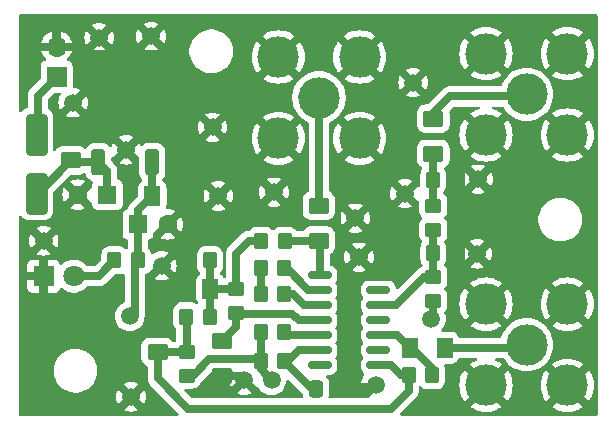
<source format=gbr>
%TF.GenerationSoftware,KiCad,Pcbnew,8.0.4-8.0.4-0~ubuntu22.04.1*%
%TF.CreationDate,2024-08-24T10:10:09-03:00*%
%TF.ProjectId,demodulador_sicom,64656d6f-6475-46c6-9164-6f725f736963,rev?*%
%TF.SameCoordinates,Original*%
%TF.FileFunction,Copper,L1,Top*%
%TF.FilePolarity,Positive*%
%FSLAX46Y46*%
G04 Gerber Fmt 4.6, Leading zero omitted, Abs format (unit mm)*
G04 Created by KiCad (PCBNEW 8.0.4-8.0.4-0~ubuntu22.04.1) date 2024-08-24 10:10:09*
%MOMM*%
%LPD*%
G01*
G04 APERTURE LIST*
G04 Aperture macros list*
%AMRoundRect*
0 Rectangle with rounded corners*
0 $1 Rounding radius*
0 $2 $3 $4 $5 $6 $7 $8 $9 X,Y pos of 4 corners*
0 Add a 4 corners polygon primitive as box body*
4,1,4,$2,$3,$4,$5,$6,$7,$8,$9,$2,$3,0*
0 Add four circle primitives for the rounded corners*
1,1,$1+$1,$2,$3*
1,1,$1+$1,$4,$5*
1,1,$1+$1,$6,$7*
1,1,$1+$1,$8,$9*
0 Add four rect primitives between the rounded corners*
20,1,$1+$1,$2,$3,$4,$5,0*
20,1,$1+$1,$4,$5,$6,$7,0*
20,1,$1+$1,$6,$7,$8,$9,0*
20,1,$1+$1,$8,$9,$2,$3,0*%
G04 Aperture macros list end*
%TA.AperFunction,ComponentPad*%
%ADD10C,3.500000*%
%TD*%
%TA.AperFunction,ComponentPad*%
%ADD11C,1.500000*%
%TD*%
%TA.AperFunction,SMDPad,CuDef*%
%ADD12RoundRect,0.250000X0.350000X0.450000X-0.350000X0.450000X-0.350000X-0.450000X0.350000X-0.450000X0*%
%TD*%
%TA.AperFunction,SMDPad,CuDef*%
%ADD13RoundRect,0.250000X0.450000X-0.350000X0.450000X0.350000X-0.450000X0.350000X-0.450000X-0.350000X0*%
%TD*%
%TA.AperFunction,SMDPad,CuDef*%
%ADD14RoundRect,0.250000X-0.350000X-0.450000X0.350000X-0.450000X0.350000X0.450000X-0.350000X0.450000X0*%
%TD*%
%TA.AperFunction,SMDPad,CuDef*%
%ADD15RoundRect,0.250001X0.624999X-0.462499X0.624999X0.462499X-0.624999X0.462499X-0.624999X-0.462499X0*%
%TD*%
%TA.AperFunction,SMDPad,CuDef*%
%ADD16RoundRect,0.250001X0.462499X0.624999X-0.462499X0.624999X-0.462499X-0.624999X0.462499X-0.624999X0*%
%TD*%
%TA.AperFunction,SMDPad,CuDef*%
%ADD17RoundRect,0.250000X-0.337500X-0.475000X0.337500X-0.475000X0.337500X0.475000X-0.337500X0.475000X0*%
%TD*%
%TA.AperFunction,SMDPad,CuDef*%
%ADD18RoundRect,0.250000X0.650000X-1.500000X0.650000X1.500000X-0.650000X1.500000X-0.650000X-1.500000X0*%
%TD*%
%TA.AperFunction,SMDPad,CuDef*%
%ADD19RoundRect,0.250001X-0.462499X-0.624999X0.462499X-0.624999X0.462499X0.624999X-0.462499X0.624999X0*%
%TD*%
%TA.AperFunction,SMDPad,CuDef*%
%ADD20RoundRect,0.250001X-0.624999X0.462499X-0.624999X-0.462499X0.624999X-0.462499X0.624999X0.462499X0*%
%TD*%
%TA.AperFunction,SMDPad,CuDef*%
%ADD21RoundRect,0.250000X-0.450000X0.350000X-0.450000X-0.350000X0.450000X-0.350000X0.450000X0.350000X0*%
%TD*%
%TA.AperFunction,SMDPad,CuDef*%
%ADD22RoundRect,0.250000X0.350000X-0.850000X0.350000X0.850000X-0.350000X0.850000X-0.350000X-0.850000X0*%
%TD*%
%TA.AperFunction,SMDPad,CuDef*%
%ADD23RoundRect,0.250000X1.125000X-1.275000X1.125000X1.275000X-1.125000X1.275000X-1.125000X-1.275000X0*%
%TD*%
%TA.AperFunction,SMDPad,CuDef*%
%ADD24RoundRect,0.249997X2.650003X-2.950003X2.650003X2.950003X-2.650003X2.950003X-2.650003X-2.950003X0*%
%TD*%
%TA.AperFunction,SMDPad,CuDef*%
%ADD25RoundRect,0.150000X-0.825000X-0.150000X0.825000X-0.150000X0.825000X0.150000X-0.825000X0.150000X0*%
%TD*%
%TA.AperFunction,ComponentPad*%
%ADD26R,1.700000X1.700000*%
%TD*%
%TA.AperFunction,ComponentPad*%
%ADD27O,1.700000X1.700000*%
%TD*%
%TA.AperFunction,ComponentPad*%
%ADD28R,1.800000X1.800000*%
%TD*%
%TA.AperFunction,ComponentPad*%
%ADD29C,1.800000*%
%TD*%
%TA.AperFunction,ComponentPad*%
%ADD30R,1.600000X1.600000*%
%TD*%
%TA.AperFunction,ComponentPad*%
%ADD31C,1.600000*%
%TD*%
%TA.AperFunction,Conductor*%
%ADD32C,0.700000*%
%TD*%
G04 APERTURE END LIST*
D10*
%TO.P,J4,1,In*%
%TO.N,/SSB*%
X162920000Y-96280000D03*
%TO.P,J4,2,Ext*%
%TO.N,GND*%
X166360000Y-92840000D03*
X166360000Y-99720000D03*
X159480000Y-92840000D03*
X159480000Y-99720000D03*
%TD*%
%TO.P,J3,1,In*%
%TO.N,/CARRIER*%
X180500000Y-117200000D03*
%TO.P,J3,2,Ext*%
%TO.N,GND*%
X183940000Y-113760000D03*
X183940000Y-120640000D03*
X177060000Y-113760000D03*
X177060000Y-120640000D03*
%TD*%
%TO.P,J2,1,In*%
%TO.N,/OUTPUT*%
X180500000Y-96000000D03*
%TO.P,J2,2,Ext*%
%TO.N,GND*%
X183940000Y-92560000D03*
X183940000Y-99440000D03*
X177060000Y-92560000D03*
X177060000Y-99440000D03*
%TD*%
D11*
%TO.P,H4,1,Via*%
%TO.N,GND*%
X156600000Y-120200000D03*
%TD*%
%TO.P,H5,1,Via*%
%TO.N,+12V*%
X172400000Y-115000000D03*
%TD*%
D12*
%TO.P,R7,1*%
%TO.N,Net-(C4-Pad1)*%
X153675000Y-114812500D03*
%TO.P,R7,2*%
%TO.N,Net-(U1-IN_CARRIER)*%
X151675000Y-114812500D03*
%TD*%
D13*
%TO.P,R8,1*%
%TO.N,+12V*%
X151700000Y-119812500D03*
%TO.P,R8,2*%
%TO.N,Net-(U1-IN_CARRIER)*%
X151700000Y-117812500D03*
%TD*%
D12*
%TO.P,R3,1*%
%TO.N,/CARRIER_A*%
X172495000Y-119780000D03*
%TO.P,R3,2*%
%TO.N,Net-(U1-IN_CARRIER)*%
X170495000Y-119780000D03*
%TD*%
D11*
%TO.P,H4,1,Via*%
%TO.N,GND*%
X170200000Y-104400000D03*
%TD*%
%TO.P,H4,1,Via*%
%TO.N,GND*%
X167700000Y-120600000D03*
%TD*%
D14*
%TO.P,R13,1*%
%TO.N,Net-(R13-Pad1)*%
X157975000Y-110737500D03*
%TO.P,R13,2*%
%TO.N,Net-(U1-GAIN_ADJ)*%
X159975000Y-110737500D03*
%TD*%
D11*
%TO.P,H4,1,Via*%
%TO.N,GND*%
X148700000Y-91100000D03*
%TD*%
%TO.P,H4,1,Via*%
%TO.N,GND*%
X166300000Y-109800000D03*
%TD*%
D15*
%TO.P,C5,1*%
%TO.N,Net-(U1-IN_CARRIER)*%
X149250000Y-117812500D03*
%TO.P,C5,2*%
%TO.N,GND*%
X149250000Y-114837500D03*
%TD*%
D11*
%TO.P,H4,1,Via*%
%TO.N,GND*%
X149600000Y-110500000D03*
%TD*%
%TO.P,H4,1,Via*%
%TO.N,GND*%
X153900000Y-98800000D03*
%TD*%
D16*
%TO.P,C10,1*%
%TO.N,/CARRIER*%
X173570000Y-117455000D03*
%TO.P,C10,2*%
%TO.N,/CARRIER_A*%
X170595000Y-117455000D03*
%TD*%
D11*
%TO.P,H4,1,Via*%
%TO.N,GND*%
X166000000Y-106500000D03*
%TD*%
D15*
%TO.P,C11,1*%
%TO.N,/SSB_A*%
X162900000Y-108387500D03*
%TO.P,C11,2*%
%TO.N,/SSB*%
X162900000Y-105412500D03*
%TD*%
D17*
%TO.P,C8,1*%
%TO.N,/OUTPUT_A*%
X172595000Y-103255000D03*
%TO.P,C8,2*%
%TO.N,GND*%
X174670000Y-103255000D03*
%TD*%
D18*
%TO.P,D2,1,K*%
%TO.N,/V_IN*%
X139000000Y-104400000D03*
%TO.P,D2,2,A*%
%TO.N,Net-(D2-A)*%
X139000000Y-99400000D03*
%TD*%
D13*
%TO.P,R11,1*%
%TO.N,/OUPUT_B*%
X172595000Y-107455000D03*
%TO.P,R11,2*%
%TO.N,/OUTPUT_A*%
X172595000Y-105455000D03*
%TD*%
D14*
%TO.P,R5,1*%
%TO.N,Net-(C4-Pad1)*%
X158000000Y-108400000D03*
%TO.P,R5,2*%
%TO.N,/SSB_A*%
X160000000Y-108400000D03*
%TD*%
D16*
%TO.P,C4,1*%
%TO.N,Net-(C4-Pad1)*%
X153700000Y-112487500D03*
%TO.P,C4,2*%
%TO.N,GND*%
X150725000Y-112487500D03*
%TD*%
D19*
%TO.P,C3,1*%
%TO.N,+12V*%
X148800000Y-104600000D03*
%TO.P,C3,2*%
%TO.N,GND*%
X151775000Y-104600000D03*
%TD*%
D20*
%TO.P,C1,1*%
%TO.N,Net-(U1-SIG_IN)*%
X154700000Y-116912500D03*
%TO.P,C1,2*%
%TO.N,GND*%
X154700000Y-119887500D03*
%TD*%
D11*
%TO.P,H4,1,Via*%
%TO.N,GND*%
X146600000Y-100700000D03*
%TD*%
D17*
%TO.P,C7,1*%
%TO.N,/OUPUT_B*%
X172595000Y-109455000D03*
%TO.P,C7,2*%
%TO.N,GND*%
X174670000Y-109455000D03*
%TD*%
D12*
%TO.P,R1,1*%
%TO.N,+12V*%
X147600000Y-110050000D03*
%TO.P,R1,2*%
%TO.N,Net-(D1-A)*%
X145600000Y-110050000D03*
%TD*%
D11*
%TO.P,H4,1,Via*%
%TO.N,GND*%
X176300000Y-109500000D03*
%TD*%
D14*
%TO.P,R6,1*%
%TO.N,GND*%
X151700000Y-110062500D03*
%TO.P,R6,2*%
%TO.N,Net-(C4-Pad1)*%
X153700000Y-110062500D03*
%TD*%
D17*
%TO.P,C6,1*%
%TO.N,Net-(C6-Pad1)*%
X162645000Y-120930000D03*
%TO.P,C6,2*%
%TO.N,GND*%
X164720000Y-120930000D03*
%TD*%
D14*
%TO.P,R10,1*%
%TO.N,+12V*%
X157975000Y-116162500D03*
%TO.P,R10,2*%
%TO.N,Net-(U1-BIAS)*%
X159975000Y-116162500D03*
%TD*%
D15*
%TO.P,C2,1*%
%TO.N,/V_IN*%
X141900000Y-101587500D03*
%TO.P,C2,2*%
%TO.N,GND*%
X141900000Y-98612500D03*
%TD*%
D11*
%TO.P,H5,1,Via*%
%TO.N,+12V*%
X158900000Y-120200000D03*
%TD*%
D15*
%TO.P,C9,1*%
%TO.N,/OUTPUT_A*%
X172595000Y-101042500D03*
%TO.P,C9,2*%
%TO.N,/OUTPUT*%
X172595000Y-98067500D03*
%TD*%
D11*
%TO.P,H4,1,Via*%
%TO.N,GND*%
X147000000Y-121600000D03*
%TD*%
%TO.P,H4,1,Via*%
%TO.N,GND*%
X154400000Y-104600000D03*
%TD*%
%TO.P,H4,1,Via*%
%TO.N,GND*%
X142100000Y-96700000D03*
%TD*%
%TO.P,H4,1,Via*%
%TO.N,GND*%
X176400000Y-103200000D03*
%TD*%
%TO.P,H5,1,Via*%
%TO.N,+12V*%
X146900000Y-114800000D03*
%TD*%
D21*
%TO.P,R4,1*%
%TO.N,Net-(C4-Pad1)*%
X155900000Y-112487500D03*
%TO.P,R4,2*%
%TO.N,Net-(U1-SIG_IN)*%
X155900000Y-114487500D03*
%TD*%
D11*
%TO.P,H4,1,Via*%
%TO.N,GND*%
X144300000Y-91200000D03*
%TD*%
D13*
%TO.P,R12,1*%
%TO.N,+12V*%
X172595000Y-113455000D03*
%TO.P,R12,2*%
%TO.N,/OUPUT_B*%
X172595000Y-111455000D03*
%TD*%
D11*
%TO.P,H4,1,Via*%
%TO.N,GND*%
X170900000Y-95000000D03*
%TD*%
D22*
%TO.P,U2,1,IN*%
%TO.N,/V_IN*%
X144245000Y-101750000D03*
D23*
%TO.P,U2,2,GND*%
%TO.N,GND*%
X145000000Y-97125000D03*
X148050000Y-97125000D03*
D24*
X146525000Y-95450000D03*
D23*
X145000000Y-93775000D03*
X148050000Y-93775000D03*
D22*
%TO.P,U2,3,OUT*%
%TO.N,+12V*%
X148805000Y-101750000D03*
%TD*%
D11*
%TO.P,H4,1,Via*%
%TO.N,GND*%
X139600000Y-108400000D03*
%TD*%
D14*
%TO.P,R2,1*%
%TO.N,Net-(R13-Pad1)*%
X157975000Y-112937500D03*
%TO.P,R2,2*%
%TO.N,Net-(U1-GAIN_ADJ_2)*%
X159975000Y-112937500D03*
%TD*%
%TO.P,R9,1*%
%TO.N,+12V*%
X157975000Y-118587500D03*
%TO.P,R9,2*%
%TO.N,Net-(C6-Pad1)*%
X159975000Y-118587500D03*
%TD*%
D25*
%TO.P,U1,1,SIG_IN_2*%
%TO.N,/SSB_A*%
X162995000Y-111320000D03*
%TO.P,U1,2,GAIN_ADJ*%
%TO.N,Net-(U1-GAIN_ADJ)*%
X162995000Y-112590000D03*
%TO.P,U1,3,GAIN_ADJ_2*%
%TO.N,Net-(U1-GAIN_ADJ_2)*%
X162995000Y-113860000D03*
%TO.P,U1,4,SIG_IN*%
%TO.N,Net-(U1-SIG_IN)*%
X162995000Y-115130000D03*
%TO.P,U1,5,BIAS*%
%TO.N,Net-(U1-BIAS)*%
X162995000Y-116400000D03*
%TO.P,U1,6,OUT*%
%TO.N,Net-(C6-Pad1)*%
X162995000Y-117670000D03*
%TO.P,U1,7,N/C*%
%TO.N,unconnected-(U1-N{slash}C-Pad11)_3*%
X162995000Y-118940000D03*
%TO.P,U1,8,IN_CARRIER*%
%TO.N,Net-(U1-IN_CARRIER)*%
X167945000Y-118940000D03*
%TO.P,U1,9,N/C*%
%TO.N,unconnected-(U1-N{slash}C-Pad11)_1*%
X167945000Y-117670000D03*
%TO.P,U1,10,CARRIER_IN*%
%TO.N,/CARRIER_A*%
X167945000Y-116400000D03*
%TO.P,U1,11,N/C*%
%TO.N,unconnected-(U1-N{slash}C-Pad11)*%
X167945000Y-115130000D03*
%TO.P,U1,12,OUT*%
%TO.N,/OUPUT_B*%
X167945000Y-113860000D03*
%TO.P,U1,13,N/C*%
%TO.N,unconnected-(U1-N{slash}C-Pad11)_2*%
X167945000Y-112590000D03*
%TO.P,U1,14,VEE*%
%TO.N,GND*%
X167945000Y-111320000D03*
%TD*%
D11*
%TO.P,H4,1,Via*%
%TO.N,GND*%
X159100000Y-104300000D03*
%TD*%
D26*
%TO.P,J1,1,Pin_1*%
%TO.N,Net-(D2-A)*%
X140700000Y-94500000D03*
D27*
%TO.P,J1,2,Pin_2*%
%TO.N,GND*%
X140700000Y-91960000D03*
%TD*%
D28*
%TO.P,D1,1,K*%
%TO.N,GND*%
X139600000Y-111400000D03*
D29*
%TO.P,D1,2,A*%
%TO.N,Net-(D1-A)*%
X142140000Y-111400000D03*
%TD*%
D30*
%TO.P,C13,1*%
%TO.N,/V_IN*%
X145000000Y-104500000D03*
D31*
%TO.P,C13,2*%
%TO.N,GND*%
X142500000Y-104500000D03*
%TD*%
D30*
%TO.P,C12,1*%
%TO.N,+12V*%
X147594888Y-107000000D03*
D31*
%TO.P,C12,2*%
%TO.N,GND*%
X150094888Y-107000000D03*
%TD*%
D32*
%TO.N,GND*%
X167700000Y-120600000D02*
X167500000Y-120800000D01*
X167500000Y-120800000D02*
X166050000Y-120800000D01*
X156600000Y-120200000D02*
X156287500Y-119887500D01*
X156287500Y-119887500D02*
X154700000Y-119887500D01*
%TO.N,Net-(C6-Pad1)*%
X159975000Y-118587500D02*
X160312500Y-118587500D01*
X160312500Y-118587500D02*
X161230000Y-117670000D01*
X161230000Y-117670000D02*
X162995000Y-117670000D01*
%TO.N,/CARRIER*%
X173570000Y-117455000D02*
X180245000Y-117455000D01*
X180245000Y-117455000D02*
X180500000Y-117200000D01*
%TO.N,Net-(U1-SIG_IN)*%
X161217500Y-115130000D02*
X160650000Y-114562500D01*
X162995000Y-115130000D02*
X161217500Y-115130000D01*
X160650000Y-114562500D02*
X156250000Y-114562500D01*
X155900000Y-114487500D02*
X155900000Y-115712500D01*
X155900000Y-115712500D02*
X154700000Y-116912500D01*
%TO.N,/V_IN*%
X139087500Y-104400000D02*
X141900000Y-101587500D01*
X145000000Y-102505000D02*
X144245000Y-101750000D01*
X145000000Y-104500000D02*
X145000000Y-102505000D01*
X139000000Y-104400000D02*
X139087500Y-104400000D01*
X141900000Y-101587500D02*
X142062500Y-101750000D01*
X142062500Y-101750000D02*
X144245000Y-101750000D01*
%TO.N,+12V*%
X147300000Y-110350000D02*
X147600000Y-110050000D01*
X147594888Y-105805112D02*
X148800000Y-104600000D01*
X147594888Y-107000000D02*
X147594888Y-105805112D01*
X157975000Y-118587500D02*
X157975000Y-116162500D01*
X172595000Y-114355000D02*
X172450000Y-114500000D01*
X147300000Y-114500000D02*
X147300000Y-110350000D01*
X151700000Y-119812500D02*
X152237500Y-119812500D01*
X152237500Y-119812500D02*
X153612500Y-118437500D01*
X147594888Y-107000000D02*
X147594888Y-110044888D01*
X157975000Y-118587500D02*
X157975000Y-119252500D01*
X147100000Y-114700000D02*
X147300000Y-114500000D01*
X157825000Y-118437500D02*
X157975000Y-118587500D01*
X172595000Y-113455000D02*
X172595000Y-114355000D01*
X147594888Y-110044888D02*
X147600000Y-110050000D01*
X148805000Y-104595000D02*
X148800000Y-104600000D01*
X157975000Y-119252500D02*
X158880000Y-120157500D01*
X153612500Y-118437500D02*
X157825000Y-118437500D01*
X148805000Y-101750000D02*
X148805000Y-104595000D01*
%TO.N,Net-(C4-Pad1)*%
X153700000Y-112487500D02*
X155900000Y-112487500D01*
X155900000Y-112487500D02*
X155900000Y-109500000D01*
X153675000Y-112512500D02*
X153700000Y-112487500D01*
X155900000Y-109500000D02*
X157000000Y-108400000D01*
X153675000Y-114812500D02*
X153675000Y-112512500D01*
X157000000Y-108400000D02*
X158000000Y-108400000D01*
X153700000Y-112487500D02*
X153700000Y-110062500D01*
%TO.N,Net-(D2-A)*%
X139000000Y-99400000D02*
X139100000Y-99300000D01*
X139100000Y-99300000D02*
X139100000Y-96100000D01*
X139100000Y-96100000D02*
X140700000Y-94500000D01*
%TO.N,Net-(C6-Pad1)*%
X160025000Y-118525000D02*
X160012500Y-118512500D01*
X162645000Y-120930000D02*
X162317500Y-120930000D01*
X162317500Y-120930000D02*
X159975000Y-118587500D01*
%TO.N,/OUTPUT*%
X180320000Y-96180000D02*
X180500000Y-96000000D01*
X172595000Y-97555000D02*
X173970000Y-96180000D01*
X172595000Y-98067500D02*
X172595000Y-97555000D01*
X173970000Y-96180000D02*
X180320000Y-96180000D01*
%TO.N,/CARRIER*%
X180820000Y-116455000D02*
X180870000Y-116405000D01*
%TO.N,Net-(D1-A)*%
X145600000Y-110050000D02*
X144250000Y-111400000D01*
X144250000Y-111400000D02*
X142140000Y-111400000D01*
%TO.N,Net-(R13-Pad1)*%
X157975000Y-112937500D02*
X157975000Y-110737500D01*
%TO.N,Net-(U1-GAIN_ADJ_2)*%
X160737500Y-112937500D02*
X159975000Y-112937500D01*
X162995000Y-113860000D02*
X161660000Y-113860000D01*
X159995000Y-112917500D02*
X159975000Y-112937500D01*
X161660000Y-113860000D02*
X160737500Y-112937500D01*
%TO.N,Net-(U1-IN_CARRIER)*%
X169000000Y-122600000D02*
X151822500Y-122600000D01*
X151700000Y-114837500D02*
X151675000Y-114812500D01*
X149250000Y-120027500D02*
X149250000Y-117812500D01*
X151822500Y-122600000D02*
X149250000Y-120027500D01*
X169845000Y-119780000D02*
X170495000Y-119780000D01*
X170495000Y-121105000D02*
X169000000Y-122600000D01*
X170495000Y-119780000D02*
X170495000Y-121105000D01*
X151700000Y-117812500D02*
X151700000Y-114837500D01*
X169005000Y-118940000D02*
X169845000Y-119780000D01*
X149250000Y-117812500D02*
X151700000Y-117812500D01*
X167945000Y-118940000D02*
X169005000Y-118940000D01*
%TO.N,Net-(U1-BIAS)*%
X162995000Y-116400000D02*
X160212500Y-116400000D01*
X160212500Y-116400000D02*
X159975000Y-116162500D01*
%TO.N,Net-(U1-GAIN_ADJ)*%
X162995000Y-112590000D02*
X162022793Y-112590000D01*
X160170293Y-110737500D02*
X159975000Y-110737500D01*
X162022793Y-112590000D02*
X160170293Y-110737500D01*
%TO.N,/OUPUT_B*%
X169440000Y-113860000D02*
X171845000Y-111455000D01*
X172595000Y-111455000D02*
X172595000Y-107455000D01*
X167945000Y-113860000D02*
X169440000Y-113860000D01*
X171845000Y-111455000D02*
X172595000Y-111455000D01*
%TO.N,/OUTPUT_A*%
X172595000Y-105455000D02*
X172595000Y-101042500D01*
%TO.N,/CARRIER_A*%
X170595000Y-117455000D02*
X170770000Y-117455000D01*
X170770000Y-117455000D02*
X172495000Y-119180000D01*
X172495000Y-119180000D02*
X172495000Y-119780000D01*
X169540000Y-116400000D02*
X167945000Y-116400000D01*
X170595000Y-117455000D02*
X169540000Y-116400000D01*
%TO.N,/SSB_A*%
X160000000Y-108400000D02*
X162887500Y-108400000D01*
X162995000Y-111320000D02*
X162995000Y-108482500D01*
X162887500Y-108400000D02*
X162900000Y-108387500D01*
X162725000Y-108562500D02*
X162900000Y-108387500D01*
X162995000Y-108482500D02*
X162900000Y-108387500D01*
%TO.N,/SSB*%
X162945000Y-105367500D02*
X162945000Y-96305000D01*
X162945000Y-96305000D02*
X162920000Y-96280000D01*
X161570000Y-96355000D02*
X161470000Y-96255000D01*
X162900000Y-105412500D02*
X162945000Y-105367500D01*
%TD*%
%TA.AperFunction,Conductor*%
%TO.N,GND*%
G36*
X186442539Y-89220185D02*
G01*
X186488294Y-89272989D01*
X186499500Y-89324500D01*
X186499500Y-123075500D01*
X186479815Y-123142539D01*
X186427011Y-123188294D01*
X186375500Y-123199500D01*
X169902651Y-123199500D01*
X169835612Y-123179815D01*
X169789857Y-123127011D01*
X169779913Y-123057853D01*
X169808938Y-122994297D01*
X169814970Y-122987819D01*
X171155620Y-121647169D01*
X171155621Y-121647166D01*
X171155626Y-121647162D01*
X171248704Y-121507863D01*
X171270596Y-121455009D01*
X171280759Y-121430474D01*
X171280759Y-121430472D01*
X171283586Y-121423647D01*
X171312816Y-121353082D01*
X171345500Y-121188767D01*
X171345500Y-120842230D01*
X171365185Y-120775191D01*
X171381819Y-120754549D01*
X171407319Y-120729049D01*
X171468642Y-120695564D01*
X171538334Y-120700548D01*
X171582681Y-120729049D01*
X171676344Y-120822712D01*
X171825666Y-120914814D01*
X171992203Y-120969999D01*
X172094991Y-120980500D01*
X172895008Y-120980499D01*
X172895016Y-120980498D01*
X172895019Y-120980498D01*
X172951302Y-120974748D01*
X172997797Y-120969999D01*
X173164334Y-120914814D01*
X173313656Y-120822712D01*
X173437712Y-120698656D01*
X173529814Y-120549334D01*
X173584999Y-120382797D01*
X173595500Y-120280009D01*
X173595499Y-119279992D01*
X173584999Y-119177203D01*
X173529814Y-119010666D01*
X173529811Y-119010662D01*
X173528059Y-119006903D01*
X173527629Y-119004075D01*
X173527542Y-119003811D01*
X173527587Y-119003796D01*
X173517568Y-118937825D01*
X173546089Y-118874042D01*
X173604567Y-118835803D01*
X173640442Y-118830500D01*
X174082503Y-118830500D01*
X174082508Y-118830500D01*
X174185297Y-118819999D01*
X174351834Y-118764814D01*
X174501155Y-118672711D01*
X174625211Y-118548655D01*
X174717314Y-118399334D01*
X174720244Y-118390493D01*
X174760018Y-118333049D01*
X174824535Y-118306228D01*
X174837949Y-118305500D01*
X176186397Y-118305500D01*
X176253436Y-118325185D01*
X176299191Y-118377989D01*
X176309135Y-118447147D01*
X176280110Y-118510703D01*
X176226256Y-118546919D01*
X176197111Y-118556812D01*
X175932585Y-118687262D01*
X175734556Y-118819581D01*
X176835974Y-119920999D01*
X176704742Y-119975359D01*
X176581903Y-120057437D01*
X176477437Y-120161903D01*
X176395359Y-120284742D01*
X176340999Y-120415974D01*
X175239581Y-119314556D01*
X175107262Y-119512585D01*
X174976812Y-119777111D01*
X174882005Y-120056400D01*
X174882001Y-120056415D01*
X174824464Y-120345675D01*
X174824462Y-120345687D01*
X174805172Y-120640000D01*
X174824462Y-120934312D01*
X174824464Y-120934324D01*
X174882001Y-121223584D01*
X174882005Y-121223599D01*
X174976812Y-121502888D01*
X175107258Y-121767406D01*
X175107265Y-121767419D01*
X175239581Y-121965442D01*
X176340999Y-120864024D01*
X176395359Y-120995258D01*
X176477437Y-121118097D01*
X176581903Y-121222563D01*
X176704742Y-121304641D01*
X176835974Y-121358999D01*
X175734555Y-122460418D01*
X175932580Y-122592734D01*
X175932593Y-122592741D01*
X176197111Y-122723187D01*
X176476400Y-122817994D01*
X176476415Y-122817998D01*
X176765675Y-122875535D01*
X176765687Y-122875537D01*
X177060000Y-122894827D01*
X177354312Y-122875537D01*
X177354324Y-122875535D01*
X177643584Y-122817998D01*
X177643599Y-122817994D01*
X177922888Y-122723187D01*
X178187410Y-122592740D01*
X178385443Y-122460418D01*
X177284025Y-121359000D01*
X177415258Y-121304641D01*
X177538097Y-121222563D01*
X177642563Y-121118097D01*
X177724641Y-120995258D01*
X177779000Y-120864025D01*
X178880418Y-121965443D01*
X179012740Y-121767410D01*
X179143187Y-121502888D01*
X179237994Y-121223599D01*
X179237998Y-121223584D01*
X179295535Y-120934324D01*
X179295537Y-120934312D01*
X179314827Y-120640000D01*
X181685172Y-120640000D01*
X181704462Y-120934312D01*
X181704464Y-120934324D01*
X181762001Y-121223584D01*
X181762005Y-121223599D01*
X181856812Y-121502888D01*
X181987258Y-121767406D01*
X181987265Y-121767419D01*
X182119581Y-121965442D01*
X183220999Y-120864024D01*
X183275359Y-120995258D01*
X183357437Y-121118097D01*
X183461903Y-121222563D01*
X183584742Y-121304641D01*
X183715974Y-121358999D01*
X182614555Y-122460418D01*
X182812580Y-122592734D01*
X182812593Y-122592741D01*
X183077111Y-122723187D01*
X183356400Y-122817994D01*
X183356415Y-122817998D01*
X183645675Y-122875535D01*
X183645687Y-122875537D01*
X183940000Y-122894827D01*
X184234312Y-122875537D01*
X184234324Y-122875535D01*
X184523584Y-122817998D01*
X184523599Y-122817994D01*
X184802888Y-122723187D01*
X185067410Y-122592740D01*
X185265443Y-122460418D01*
X184164025Y-121359000D01*
X184295258Y-121304641D01*
X184418097Y-121222563D01*
X184522563Y-121118097D01*
X184604641Y-120995258D01*
X184659000Y-120864025D01*
X185760418Y-121965443D01*
X185892740Y-121767410D01*
X186023187Y-121502888D01*
X186117994Y-121223599D01*
X186117998Y-121223584D01*
X186175535Y-120934324D01*
X186175537Y-120934312D01*
X186194827Y-120640000D01*
X186175537Y-120345687D01*
X186175535Y-120345675D01*
X186117998Y-120056415D01*
X186117994Y-120056400D01*
X186023187Y-119777111D01*
X185892741Y-119512593D01*
X185892734Y-119512580D01*
X185760418Y-119314555D01*
X184658999Y-120415974D01*
X184604641Y-120284742D01*
X184522563Y-120161903D01*
X184418097Y-120057437D01*
X184295258Y-119975359D01*
X184164025Y-119921000D01*
X185265442Y-118819581D01*
X185067419Y-118687265D01*
X185067406Y-118687258D01*
X184802888Y-118556812D01*
X184523599Y-118462005D01*
X184523584Y-118462001D01*
X184234324Y-118404464D01*
X184234312Y-118404462D01*
X183940000Y-118385172D01*
X183645687Y-118404462D01*
X183645675Y-118404464D01*
X183356415Y-118462001D01*
X183356400Y-118462005D01*
X183077111Y-118556812D01*
X182812585Y-118687262D01*
X182614556Y-118819581D01*
X183715974Y-119920999D01*
X183584742Y-119975359D01*
X183461903Y-120057437D01*
X183357437Y-120161903D01*
X183275359Y-120284742D01*
X183220999Y-120415974D01*
X182119581Y-119314556D01*
X181987262Y-119512585D01*
X181856812Y-119777111D01*
X181762005Y-120056400D01*
X181762001Y-120056415D01*
X181704464Y-120345675D01*
X181704462Y-120345687D01*
X181685172Y-120640000D01*
X179314827Y-120640000D01*
X179295537Y-120345687D01*
X179295535Y-120345675D01*
X179237998Y-120056415D01*
X179237994Y-120056400D01*
X179143187Y-119777111D01*
X179012741Y-119512593D01*
X179012734Y-119512580D01*
X178880418Y-119314555D01*
X177778999Y-120415974D01*
X177724641Y-120284742D01*
X177642563Y-120161903D01*
X177538097Y-120057437D01*
X177415258Y-119975359D01*
X177284025Y-119921000D01*
X178385442Y-118819581D01*
X178187419Y-118687265D01*
X178187406Y-118687258D01*
X177922888Y-118556812D01*
X177893744Y-118546919D01*
X177836590Y-118506730D01*
X177810237Y-118442021D01*
X177823051Y-118373336D01*
X177870965Y-118322483D01*
X177933603Y-118305500D01*
X178465739Y-118305500D01*
X178532778Y-118325185D01*
X178568839Y-118360607D01*
X178710726Y-118572955D01*
X178710728Y-118572958D01*
X178905241Y-118794758D01*
X179127044Y-118989274D01*
X179200288Y-119038214D01*
X179372335Y-119153172D01*
X179636923Y-119283652D01*
X179916278Y-119378481D01*
X180205620Y-119436034D01*
X180233888Y-119437886D01*
X180499993Y-119455329D01*
X180500000Y-119455329D01*
X180500007Y-119455329D01*
X180735675Y-119439881D01*
X180794380Y-119436034D01*
X181083722Y-119378481D01*
X181363077Y-119283652D01*
X181627665Y-119153172D01*
X181872957Y-118989273D01*
X182094758Y-118794758D01*
X182289273Y-118572957D01*
X182453172Y-118327665D01*
X182583652Y-118063077D01*
X182678481Y-117783722D01*
X182736034Y-117494380D01*
X182739881Y-117435675D01*
X182755329Y-117200007D01*
X182755329Y-117199992D01*
X182736035Y-116905636D01*
X182736034Y-116905620D01*
X182678481Y-116616278D01*
X182583652Y-116336923D01*
X182453172Y-116072336D01*
X182433691Y-116043181D01*
X182379176Y-115961593D01*
X182289273Y-115827043D01*
X182212388Y-115739373D01*
X182094758Y-115605241D01*
X181872955Y-115410725D01*
X181627667Y-115246829D01*
X181627660Y-115246825D01*
X181363080Y-115116349D01*
X181083730Y-115021521D01*
X181083724Y-115021519D01*
X181083722Y-115021519D01*
X180794380Y-114963966D01*
X180794373Y-114963965D01*
X180794363Y-114963964D01*
X180500007Y-114944671D01*
X180499993Y-114944671D01*
X180205636Y-114963964D01*
X180205624Y-114963965D01*
X180205620Y-114963966D01*
X180205612Y-114963967D01*
X180205609Y-114963968D01*
X179916283Y-115021518D01*
X179916269Y-115021521D01*
X179636919Y-115116349D01*
X179372334Y-115246828D01*
X179127041Y-115410728D01*
X178905241Y-115605241D01*
X178710728Y-115827041D01*
X178546828Y-116072334D01*
X178416349Y-116336919D01*
X178354079Y-116520359D01*
X178313890Y-116577513D01*
X178249181Y-116603866D01*
X178236660Y-116604500D01*
X174837949Y-116604500D01*
X174770910Y-116584815D01*
X174725155Y-116532011D01*
X174720244Y-116519507D01*
X174717315Y-116510669D01*
X174717311Y-116510660D01*
X174625211Y-116361345D01*
X174501155Y-116237289D01*
X174501151Y-116237286D01*
X174351837Y-116145187D01*
X174351835Y-116145186D01*
X174261834Y-116115363D01*
X174185297Y-116090001D01*
X174185295Y-116090000D01*
X174082515Y-116079500D01*
X174082508Y-116079500D01*
X173388337Y-116079500D01*
X173321298Y-116059815D01*
X173275543Y-116007011D01*
X173265599Y-115937853D01*
X173294624Y-115874297D01*
X173300656Y-115867819D01*
X173328409Y-115840066D01*
X173361598Y-115806877D01*
X173487102Y-115627639D01*
X173579575Y-115429330D01*
X173636207Y-115217977D01*
X173653394Y-115021519D01*
X173655277Y-115000002D01*
X173655277Y-114999997D01*
X173650436Y-114944671D01*
X173636207Y-114782023D01*
X173579575Y-114570670D01*
X173540301Y-114486448D01*
X173529810Y-114417374D01*
X173558329Y-114353590D01*
X173565003Y-114346365D01*
X173598885Y-114312483D01*
X173637712Y-114273656D01*
X173729814Y-114124334D01*
X173784999Y-113957797D01*
X173795500Y-113855009D01*
X173795500Y-113760000D01*
X174805172Y-113760000D01*
X174824462Y-114054312D01*
X174824464Y-114054324D01*
X174882001Y-114343584D01*
X174882005Y-114343599D01*
X174976812Y-114622888D01*
X175107258Y-114887406D01*
X175107265Y-114887419D01*
X175239581Y-115085442D01*
X176340999Y-113984024D01*
X176395359Y-114115258D01*
X176477437Y-114238097D01*
X176581903Y-114342563D01*
X176704742Y-114424641D01*
X176835974Y-114478999D01*
X175734555Y-115580418D01*
X175932580Y-115712734D01*
X175932593Y-115712741D01*
X176197111Y-115843187D01*
X176476400Y-115937994D01*
X176476415Y-115937998D01*
X176765675Y-115995535D01*
X176765687Y-115995537D01*
X177060000Y-116014827D01*
X177354312Y-115995537D01*
X177354324Y-115995535D01*
X177643584Y-115937998D01*
X177643599Y-115937994D01*
X177922888Y-115843187D01*
X178187410Y-115712740D01*
X178385443Y-115580418D01*
X177284025Y-114479000D01*
X177415258Y-114424641D01*
X177538097Y-114342563D01*
X177642563Y-114238097D01*
X177724641Y-114115258D01*
X177779000Y-113984025D01*
X178880418Y-115085443D01*
X179012740Y-114887410D01*
X179143187Y-114622888D01*
X179237994Y-114343599D01*
X179237998Y-114343584D01*
X179295535Y-114054324D01*
X179295537Y-114054312D01*
X179314827Y-113760000D01*
X181685172Y-113760000D01*
X181704462Y-114054312D01*
X181704464Y-114054324D01*
X181762001Y-114343584D01*
X181762005Y-114343599D01*
X181856812Y-114622888D01*
X181987258Y-114887406D01*
X181987265Y-114887419D01*
X182119581Y-115085442D01*
X183220999Y-113984024D01*
X183275359Y-114115258D01*
X183357437Y-114238097D01*
X183461903Y-114342563D01*
X183584742Y-114424641D01*
X183715974Y-114478999D01*
X182614555Y-115580418D01*
X182812580Y-115712734D01*
X182812593Y-115712741D01*
X183077111Y-115843187D01*
X183356400Y-115937994D01*
X183356415Y-115937998D01*
X183645675Y-115995535D01*
X183645687Y-115995537D01*
X183940000Y-116014827D01*
X184234312Y-115995537D01*
X184234324Y-115995535D01*
X184523584Y-115937998D01*
X184523599Y-115937994D01*
X184802888Y-115843187D01*
X185067410Y-115712740D01*
X185265443Y-115580418D01*
X184164025Y-114479000D01*
X184295258Y-114424641D01*
X184418097Y-114342563D01*
X184522563Y-114238097D01*
X184604641Y-114115258D01*
X184659000Y-113984025D01*
X185760418Y-115085443D01*
X185892740Y-114887410D01*
X186023187Y-114622888D01*
X186117994Y-114343599D01*
X186117998Y-114343584D01*
X186175535Y-114054324D01*
X186175537Y-114054312D01*
X186194827Y-113760000D01*
X186175537Y-113465687D01*
X186175535Y-113465675D01*
X186117998Y-113176415D01*
X186117994Y-113176400D01*
X186023187Y-112897111D01*
X185892741Y-112632593D01*
X185892734Y-112632580D01*
X185760418Y-112434555D01*
X184658999Y-113535974D01*
X184604641Y-113404742D01*
X184522563Y-113281903D01*
X184418097Y-113177437D01*
X184295258Y-113095359D01*
X184164025Y-113041000D01*
X185265442Y-111939581D01*
X185067419Y-111807265D01*
X185067406Y-111807258D01*
X184802888Y-111676812D01*
X184523599Y-111582005D01*
X184523584Y-111582001D01*
X184234324Y-111524464D01*
X184234312Y-111524462D01*
X183940000Y-111505172D01*
X183645687Y-111524462D01*
X183645675Y-111524464D01*
X183356415Y-111582001D01*
X183356400Y-111582005D01*
X183077111Y-111676812D01*
X182812585Y-111807262D01*
X182614556Y-111939581D01*
X183715974Y-113040999D01*
X183584742Y-113095359D01*
X183461903Y-113177437D01*
X183357437Y-113281903D01*
X183275359Y-113404742D01*
X183220999Y-113535974D01*
X182119581Y-112434556D01*
X181987262Y-112632585D01*
X181856812Y-112897111D01*
X181762005Y-113176400D01*
X181762001Y-113176415D01*
X181704464Y-113465675D01*
X181704462Y-113465687D01*
X181685172Y-113760000D01*
X179314827Y-113760000D01*
X179295537Y-113465687D01*
X179295535Y-113465675D01*
X179237998Y-113176415D01*
X179237994Y-113176400D01*
X179143187Y-112897111D01*
X179012741Y-112632593D01*
X179012734Y-112632580D01*
X178880418Y-112434555D01*
X177778999Y-113535974D01*
X177724641Y-113404742D01*
X177642563Y-113281903D01*
X177538097Y-113177437D01*
X177415258Y-113095359D01*
X177284025Y-113041000D01*
X178385442Y-111939581D01*
X178187419Y-111807265D01*
X178187406Y-111807258D01*
X177922888Y-111676812D01*
X177643599Y-111582005D01*
X177643584Y-111582001D01*
X177354324Y-111524464D01*
X177354312Y-111524462D01*
X177060000Y-111505172D01*
X176765687Y-111524462D01*
X176765675Y-111524464D01*
X176476415Y-111582001D01*
X176476400Y-111582005D01*
X176197111Y-111676812D01*
X175932585Y-111807262D01*
X175734556Y-111939581D01*
X176835974Y-113040999D01*
X176704742Y-113095359D01*
X176581903Y-113177437D01*
X176477437Y-113281903D01*
X176395359Y-113404742D01*
X176340999Y-113535974D01*
X175239581Y-112434556D01*
X175107262Y-112632585D01*
X174976812Y-112897111D01*
X174882005Y-113176400D01*
X174882001Y-113176415D01*
X174824464Y-113465675D01*
X174824462Y-113465687D01*
X174805172Y-113760000D01*
X173795500Y-113760000D01*
X173795499Y-113054992D01*
X173784999Y-112952203D01*
X173729814Y-112785666D01*
X173637712Y-112636344D01*
X173544049Y-112542681D01*
X173510564Y-112481358D01*
X173515548Y-112411666D01*
X173544049Y-112367319D01*
X173573942Y-112337426D01*
X173637712Y-112273656D01*
X173729814Y-112124334D01*
X173784999Y-111957797D01*
X173795500Y-111855009D01*
X173795499Y-111054992D01*
X173793958Y-111039910D01*
X173784999Y-110952203D01*
X173784998Y-110952200D01*
X173767044Y-110898018D01*
X173729814Y-110785666D01*
X173637712Y-110636344D01*
X173599385Y-110598017D01*
X175696955Y-110598017D01*
X175870840Y-110679101D01*
X175870849Y-110679105D01*
X176082105Y-110735710D01*
X176082115Y-110735712D01*
X176299999Y-110754775D01*
X176300001Y-110754775D01*
X176517884Y-110735712D01*
X176517894Y-110735710D01*
X176729150Y-110679105D01*
X176729159Y-110679101D01*
X176903044Y-110598018D01*
X176300001Y-109994974D01*
X176300000Y-109994974D01*
X175696955Y-110598017D01*
X173599385Y-110598017D01*
X173546782Y-110545414D01*
X173513297Y-110484091D01*
X173518281Y-110414399D01*
X173528919Y-110392644D01*
X173617314Y-110249334D01*
X173672499Y-110082797D01*
X173683000Y-109980009D01*
X173683000Y-109499999D01*
X175045225Y-109499999D01*
X175045225Y-109500000D01*
X175064287Y-109717884D01*
X175064289Y-109717894D01*
X175120894Y-109929150D01*
X175120899Y-109929164D01*
X175201980Y-110103044D01*
X175805025Y-109500000D01*
X175805025Y-109499999D01*
X175758948Y-109453922D01*
X175950000Y-109453922D01*
X175950000Y-109546078D01*
X175973852Y-109635095D01*
X176019930Y-109714905D01*
X176085095Y-109780070D01*
X176164905Y-109826148D01*
X176253922Y-109850000D01*
X176346078Y-109850000D01*
X176435095Y-109826148D01*
X176514905Y-109780070D01*
X176580070Y-109714905D01*
X176626148Y-109635095D01*
X176650000Y-109546078D01*
X176650000Y-109499999D01*
X176794974Y-109499999D01*
X176794974Y-109500000D01*
X177398018Y-110103044D01*
X177479101Y-109929159D01*
X177479105Y-109929150D01*
X177535710Y-109717894D01*
X177535712Y-109717884D01*
X177554775Y-109500000D01*
X177554775Y-109499999D01*
X177535712Y-109282115D01*
X177535710Y-109282105D01*
X177479105Y-109070849D01*
X177479101Y-109070840D01*
X177398017Y-108896955D01*
X176794974Y-109499999D01*
X176650000Y-109499999D01*
X176650000Y-109453922D01*
X176626148Y-109364905D01*
X176580070Y-109285095D01*
X176514905Y-109219930D01*
X176435095Y-109173852D01*
X176346078Y-109150000D01*
X176253922Y-109150000D01*
X176164905Y-109173852D01*
X176085095Y-109219930D01*
X176019930Y-109285095D01*
X175973852Y-109364905D01*
X175950000Y-109453922D01*
X175758948Y-109453922D01*
X175201980Y-108896954D01*
X175120899Y-109070835D01*
X175120894Y-109070849D01*
X175064289Y-109282105D01*
X175064287Y-109282115D01*
X175045225Y-109499999D01*
X173683000Y-109499999D01*
X173682999Y-108929992D01*
X173682763Y-108927686D01*
X173672499Y-108827203D01*
X173672498Y-108827200D01*
X173646916Y-108750000D01*
X173617314Y-108660666D01*
X173528923Y-108517361D01*
X173510484Y-108449970D01*
X173525546Y-108401980D01*
X175696954Y-108401980D01*
X176300000Y-109005025D01*
X176300001Y-109005025D01*
X176903044Y-108401980D01*
X176729164Y-108320899D01*
X176729150Y-108320894D01*
X176517894Y-108264289D01*
X176517884Y-108264287D01*
X176300001Y-108245225D01*
X176299999Y-108245225D01*
X176082115Y-108264287D01*
X176082105Y-108264289D01*
X175870849Y-108320894D01*
X175870835Y-108320899D01*
X175696954Y-108401980D01*
X173525546Y-108401980D01*
X173531407Y-108383307D01*
X173546772Y-108364595D01*
X173637712Y-108273656D01*
X173729814Y-108124334D01*
X173784999Y-107957797D01*
X173795500Y-107855009D01*
X173795499Y-107054992D01*
X173789881Y-106999999D01*
X173784999Y-106952203D01*
X173784998Y-106952200D01*
X173743228Y-106826148D01*
X173729814Y-106785666D01*
X173637712Y-106636344D01*
X173544049Y-106542681D01*
X173510564Y-106481358D01*
X173510753Y-106478711D01*
X181499500Y-106478711D01*
X181499500Y-106721288D01*
X181529899Y-106952200D01*
X181531162Y-106961789D01*
X181562554Y-107078944D01*
X181593947Y-107196104D01*
X181667113Y-107372741D01*
X181686776Y-107420212D01*
X181808064Y-107630289D01*
X181808066Y-107630292D01*
X181808067Y-107630293D01*
X181955733Y-107822736D01*
X181955739Y-107822743D01*
X182127256Y-107994260D01*
X182127262Y-107994265D01*
X182319711Y-108141936D01*
X182529788Y-108263224D01*
X182753900Y-108356054D01*
X182988211Y-108418838D01*
X183123532Y-108436653D01*
X183228711Y-108450500D01*
X183228712Y-108450500D01*
X183471289Y-108450500D01*
X183519388Y-108444167D01*
X183711789Y-108418838D01*
X183946100Y-108356054D01*
X184170212Y-108263224D01*
X184380289Y-108141936D01*
X184572738Y-107994265D01*
X184744265Y-107822738D01*
X184891936Y-107630289D01*
X185013224Y-107420212D01*
X185106054Y-107196100D01*
X185168838Y-106961789D01*
X185200500Y-106721288D01*
X185200500Y-106478712D01*
X185168838Y-106238211D01*
X185106054Y-106003900D01*
X185013224Y-105779788D01*
X184891936Y-105569711D01*
X184822409Y-105479101D01*
X184744266Y-105377263D01*
X184744260Y-105377256D01*
X184572743Y-105205739D01*
X184572736Y-105205733D01*
X184380293Y-105058067D01*
X184380292Y-105058066D01*
X184380289Y-105058064D01*
X184186762Y-104946331D01*
X184170214Y-104936777D01*
X184170205Y-104936773D01*
X183946104Y-104843947D01*
X183771654Y-104797203D01*
X183711789Y-104781162D01*
X183711788Y-104781161D01*
X183711785Y-104781161D01*
X183471289Y-104749500D01*
X183471288Y-104749500D01*
X183228712Y-104749500D01*
X183228711Y-104749500D01*
X182988214Y-104781161D01*
X182753895Y-104843947D01*
X182529794Y-104936773D01*
X182529785Y-104936777D01*
X182369776Y-105029159D01*
X182325022Y-105054998D01*
X182319706Y-105058067D01*
X182127263Y-105205733D01*
X182127256Y-105205739D01*
X181955739Y-105377256D01*
X181955733Y-105377263D01*
X181808067Y-105569706D01*
X181686777Y-105779785D01*
X181686773Y-105779794D01*
X181593947Y-106003895D01*
X181531161Y-106238214D01*
X181499500Y-106478711D01*
X173510753Y-106478711D01*
X173515548Y-106411666D01*
X173544049Y-106367319D01*
X173588833Y-106322535D01*
X173637712Y-106273656D01*
X173729814Y-106124334D01*
X173784999Y-105957797D01*
X173795500Y-105855009D01*
X173795499Y-105054992D01*
X173791815Y-105018932D01*
X173784999Y-104952203D01*
X173784998Y-104952200D01*
X173768709Y-104903044D01*
X173729814Y-104785666D01*
X173637712Y-104636344D01*
X173513656Y-104512288D01*
X173513655Y-104512287D01*
X173504402Y-104506580D01*
X173457678Y-104454632D01*
X173445500Y-104401042D01*
X173445500Y-104329730D01*
X173454812Y-104298017D01*
X175796955Y-104298017D01*
X175970840Y-104379101D01*
X175970849Y-104379105D01*
X176182105Y-104435710D01*
X176182115Y-104435712D01*
X176399999Y-104454775D01*
X176400001Y-104454775D01*
X176617884Y-104435712D01*
X176617894Y-104435710D01*
X176829150Y-104379105D01*
X176829159Y-104379101D01*
X177003044Y-104298018D01*
X176400001Y-103694974D01*
X176400000Y-103694974D01*
X175796955Y-104298017D01*
X173454812Y-104298017D01*
X173465185Y-104262691D01*
X173481819Y-104242049D01*
X173525212Y-104198656D01*
X173617314Y-104049334D01*
X173672499Y-103882797D01*
X173683000Y-103780009D01*
X173682999Y-103199999D01*
X175145225Y-103199999D01*
X175145225Y-103200000D01*
X175164287Y-103417884D01*
X175164289Y-103417894D01*
X175220894Y-103629150D01*
X175220899Y-103629164D01*
X175301980Y-103803044D01*
X175905025Y-103200000D01*
X175905025Y-103199999D01*
X175858948Y-103153922D01*
X176050000Y-103153922D01*
X176050000Y-103246078D01*
X176073852Y-103335095D01*
X176119930Y-103414905D01*
X176185095Y-103480070D01*
X176264905Y-103526148D01*
X176353922Y-103550000D01*
X176446078Y-103550000D01*
X176535095Y-103526148D01*
X176614905Y-103480070D01*
X176680070Y-103414905D01*
X176726148Y-103335095D01*
X176750000Y-103246078D01*
X176750000Y-103199999D01*
X176894974Y-103199999D01*
X176894974Y-103200000D01*
X177498018Y-103803044D01*
X177579101Y-103629159D01*
X177579105Y-103629150D01*
X177635710Y-103417894D01*
X177635712Y-103417884D01*
X177654775Y-103200000D01*
X177654775Y-103199999D01*
X177635712Y-102982115D01*
X177635710Y-102982105D01*
X177579105Y-102770849D01*
X177579101Y-102770840D01*
X177498017Y-102596955D01*
X176894974Y-103199999D01*
X176750000Y-103199999D01*
X176750000Y-103153922D01*
X176726148Y-103064905D01*
X176680070Y-102985095D01*
X176614905Y-102919930D01*
X176535095Y-102873852D01*
X176446078Y-102850000D01*
X176353922Y-102850000D01*
X176264905Y-102873852D01*
X176185095Y-102919930D01*
X176119930Y-102985095D01*
X176073852Y-103064905D01*
X176050000Y-103153922D01*
X175858948Y-103153922D01*
X175301980Y-102596954D01*
X175220899Y-102770835D01*
X175220894Y-102770849D01*
X175164289Y-102982105D01*
X175164287Y-102982115D01*
X175145225Y-103199999D01*
X173682999Y-103199999D01*
X173682999Y-102729992D01*
X173672499Y-102627203D01*
X173617314Y-102460666D01*
X173539896Y-102335152D01*
X173521458Y-102267764D01*
X173542380Y-102201100D01*
X173580337Y-102164522D01*
X173681734Y-102101980D01*
X175796954Y-102101980D01*
X176400000Y-102705025D01*
X176400001Y-102705025D01*
X177003044Y-102101980D01*
X176829164Y-102020899D01*
X176829150Y-102020894D01*
X176617894Y-101964289D01*
X176617884Y-101964287D01*
X176400001Y-101945225D01*
X176399999Y-101945225D01*
X176182115Y-101964287D01*
X176182105Y-101964289D01*
X175970849Y-102020894D01*
X175970835Y-102020899D01*
X175796954Y-102101980D01*
X173681734Y-102101980D01*
X173688655Y-102097711D01*
X173812711Y-101973655D01*
X173904814Y-101824334D01*
X173959999Y-101657797D01*
X173970500Y-101555008D01*
X173970500Y-100529992D01*
X173959999Y-100427203D01*
X173904814Y-100260666D01*
X173876761Y-100215186D01*
X173812713Y-100111348D01*
X173812710Y-100111344D01*
X173688655Y-99987289D01*
X173688651Y-99987286D01*
X173539337Y-99895187D01*
X173539335Y-99895186D01*
X173456065Y-99867593D01*
X173372797Y-99840001D01*
X173372795Y-99840000D01*
X173270015Y-99829500D01*
X173270008Y-99829500D01*
X171919992Y-99829500D01*
X171919984Y-99829500D01*
X171817204Y-99840000D01*
X171817203Y-99840001D01*
X171650664Y-99895186D01*
X171650662Y-99895187D01*
X171501348Y-99987286D01*
X171501344Y-99987289D01*
X171377289Y-100111344D01*
X171377286Y-100111348D01*
X171285187Y-100260662D01*
X171285186Y-100260664D01*
X171230001Y-100427203D01*
X171230000Y-100427204D01*
X171219500Y-100529984D01*
X171219500Y-101555015D01*
X171230000Y-101657795D01*
X171230001Y-101657797D01*
X171242272Y-101694827D01*
X171285186Y-101824335D01*
X171285187Y-101824337D01*
X171377286Y-101973651D01*
X171377289Y-101973655D01*
X171501344Y-102097710D01*
X171501348Y-102097713D01*
X171609659Y-102164521D01*
X171656384Y-102216469D01*
X171667605Y-102285431D01*
X171650101Y-102335155D01*
X171572689Y-102460659D01*
X171572686Y-102460666D01*
X171517501Y-102627203D01*
X171517501Y-102627204D01*
X171517500Y-102627204D01*
X171507000Y-102729983D01*
X171507000Y-103686027D01*
X171487315Y-103753066D01*
X171434511Y-103798821D01*
X171365353Y-103808765D01*
X171361468Y-103808143D01*
X171298018Y-103796955D01*
X170694974Y-104399999D01*
X170694974Y-104400000D01*
X171313906Y-105018932D01*
X171318400Y-105019433D01*
X171372632Y-105063486D01*
X171394437Y-105129866D01*
X171394500Y-105133808D01*
X171394500Y-105855001D01*
X171394501Y-105855019D01*
X171405000Y-105957796D01*
X171405001Y-105957799D01*
X171436480Y-106052795D01*
X171460186Y-106124334D01*
X171548081Y-106266836D01*
X171552289Y-106273657D01*
X171645951Y-106367319D01*
X171679436Y-106428642D01*
X171674452Y-106498334D01*
X171645951Y-106542681D01*
X171552289Y-106636342D01*
X171460187Y-106785663D01*
X171460185Y-106785668D01*
X171440324Y-106845606D01*
X171405001Y-106952203D01*
X171405001Y-106952204D01*
X171405000Y-106952204D01*
X171394500Y-107054983D01*
X171394500Y-107855001D01*
X171394501Y-107855019D01*
X171405000Y-107957796D01*
X171405001Y-107957799D01*
X171433012Y-108042328D01*
X171460186Y-108124334D01*
X171546890Y-108264905D01*
X171552289Y-108273657D01*
X171643217Y-108364585D01*
X171676702Y-108425908D01*
X171671718Y-108495600D01*
X171661075Y-108517362D01*
X171572689Y-108660659D01*
X171572686Y-108660666D01*
X171517501Y-108827203D01*
X171517501Y-108827204D01*
X171517500Y-108827204D01*
X171507000Y-108929983D01*
X171507000Y-109980001D01*
X171507001Y-109980019D01*
X171517500Y-110082796D01*
X171517501Y-110082799D01*
X171572685Y-110249331D01*
X171572689Y-110249340D01*
X171661075Y-110392637D01*
X171679515Y-110460029D01*
X171658592Y-110526693D01*
X171643217Y-110545414D01*
X171552286Y-110636344D01*
X171549568Y-110639782D01*
X171499760Y-110677426D01*
X171442143Y-110701292D01*
X171442139Y-110701294D01*
X171302837Y-110794372D01*
X171302834Y-110794375D01*
X169632181Y-112465029D01*
X169570858Y-112498514D01*
X169501166Y-112493530D01*
X169445233Y-112451658D01*
X169420816Y-112386194D01*
X169420500Y-112377348D01*
X169420500Y-112374313D01*
X169420499Y-112374298D01*
X169417598Y-112337432D01*
X169417597Y-112337426D01*
X169377390Y-112199037D01*
X169371744Y-112179602D01*
X169288081Y-112038135D01*
X169288079Y-112038133D01*
X169288076Y-112038129D01*
X169171870Y-111921923D01*
X169171862Y-111921917D01*
X169030396Y-111838255D01*
X169030393Y-111838254D01*
X168872573Y-111792402D01*
X168872567Y-111792401D01*
X168835701Y-111789500D01*
X168835694Y-111789500D01*
X167054306Y-111789500D01*
X167054298Y-111789500D01*
X167017432Y-111792401D01*
X167017426Y-111792402D01*
X166859606Y-111838254D01*
X166859603Y-111838255D01*
X166718137Y-111921917D01*
X166718129Y-111921923D01*
X166601923Y-112038129D01*
X166601917Y-112038137D01*
X166518255Y-112179603D01*
X166518254Y-112179606D01*
X166472402Y-112337426D01*
X166472401Y-112337432D01*
X166469500Y-112374298D01*
X166469500Y-112805701D01*
X166472401Y-112842567D01*
X166472402Y-112842573D01*
X166518254Y-113000393D01*
X166518255Y-113000396D01*
X166601917Y-113141862D01*
X166606702Y-113148031D01*
X166604256Y-113149927D01*
X166630857Y-113198642D01*
X166625873Y-113268334D01*
X166605069Y-113300703D01*
X166606702Y-113301969D01*
X166601917Y-113308137D01*
X166518255Y-113449603D01*
X166518254Y-113449606D01*
X166472402Y-113607426D01*
X166472401Y-113607432D01*
X166469500Y-113644298D01*
X166469500Y-114075701D01*
X166472401Y-114112567D01*
X166472402Y-114112573D01*
X166518254Y-114270393D01*
X166518255Y-114270396D01*
X166518256Y-114270398D01*
X166543145Y-114312483D01*
X166601917Y-114411862D01*
X166606702Y-114418031D01*
X166604256Y-114419927D01*
X166630857Y-114468642D01*
X166625873Y-114538334D01*
X166605069Y-114570703D01*
X166606702Y-114571969D01*
X166601917Y-114578137D01*
X166518255Y-114719603D01*
X166518254Y-114719606D01*
X166472402Y-114877426D01*
X166472401Y-114877432D01*
X166469500Y-114914298D01*
X166469500Y-115345701D01*
X166472401Y-115382567D01*
X166472402Y-115382573D01*
X166518254Y-115540393D01*
X166518255Y-115540396D01*
X166601917Y-115681862D01*
X166606702Y-115688031D01*
X166604256Y-115689927D01*
X166630857Y-115738642D01*
X166625873Y-115808334D01*
X166605069Y-115840703D01*
X166606702Y-115841969D01*
X166601917Y-115848137D01*
X166518255Y-115989603D01*
X166518254Y-115989606D01*
X166472402Y-116147426D01*
X166472401Y-116147432D01*
X166469500Y-116184298D01*
X166469500Y-116615701D01*
X166472401Y-116652567D01*
X166472402Y-116652573D01*
X166518254Y-116810393D01*
X166518255Y-116810396D01*
X166518256Y-116810398D01*
X166527235Y-116825581D01*
X166601917Y-116951862D01*
X166606702Y-116958031D01*
X166604256Y-116959927D01*
X166630857Y-117008642D01*
X166625873Y-117078334D01*
X166605069Y-117110703D01*
X166606702Y-117111969D01*
X166601917Y-117118137D01*
X166518255Y-117259603D01*
X166518254Y-117259606D01*
X166472402Y-117417426D01*
X166472401Y-117417432D01*
X166469500Y-117454298D01*
X166469500Y-117885701D01*
X166472401Y-117922567D01*
X166472402Y-117922573D01*
X166518254Y-118080393D01*
X166518255Y-118080396D01*
X166601917Y-118221862D01*
X166606702Y-118228031D01*
X166604256Y-118229927D01*
X166630857Y-118278642D01*
X166625873Y-118348334D01*
X166605069Y-118380703D01*
X166606702Y-118381969D01*
X166601917Y-118388137D01*
X166518255Y-118529603D01*
X166518254Y-118529606D01*
X166472402Y-118687426D01*
X166472401Y-118687432D01*
X166469500Y-118724298D01*
X166469500Y-119155701D01*
X166472401Y-119192567D01*
X166472402Y-119192573D01*
X166518254Y-119350393D01*
X166518255Y-119350396D01*
X166601917Y-119491862D01*
X166601923Y-119491870D01*
X166718130Y-119608077D01*
X166723042Y-119611887D01*
X166763951Y-119668528D01*
X166767743Y-119738295D01*
X166742039Y-119789570D01*
X166738784Y-119793449D01*
X166613335Y-119972608D01*
X166613333Y-119972612D01*
X166520898Y-120170840D01*
X166520894Y-120170849D01*
X166464289Y-120382105D01*
X166464287Y-120382115D01*
X166445225Y-120599999D01*
X166445225Y-120600000D01*
X166464287Y-120817884D01*
X166464289Y-120817894D01*
X166520894Y-121029150D01*
X166520899Y-121029164D01*
X166601980Y-121203044D01*
X167419930Y-120385095D01*
X167373852Y-120464905D01*
X167350000Y-120553922D01*
X167350000Y-120646078D01*
X167373852Y-120735095D01*
X167419930Y-120814905D01*
X167485095Y-120880070D01*
X167564905Y-120926148D01*
X167653922Y-120950000D01*
X167746078Y-120950000D01*
X167835095Y-120926148D01*
X167914900Y-120880072D01*
X167081792Y-121713181D01*
X167020469Y-121746666D01*
X166994111Y-121749500D01*
X163830695Y-121749500D01*
X163763656Y-121729815D01*
X163717901Y-121677011D01*
X163707957Y-121607853D01*
X163712989Y-121586497D01*
X163722498Y-121557799D01*
X163722499Y-121557797D01*
X163733000Y-121455009D01*
X163732999Y-120404992D01*
X163731092Y-120386327D01*
X163722499Y-120302203D01*
X163722498Y-120302200D01*
X163667314Y-120135666D01*
X163575212Y-119986344D01*
X163541049Y-119952181D01*
X163507564Y-119890858D01*
X163512548Y-119821166D01*
X163554420Y-119765233D01*
X163619884Y-119740816D01*
X163628730Y-119740500D01*
X163885686Y-119740500D01*
X163885694Y-119740500D01*
X163922569Y-119737598D01*
X163922571Y-119737597D01*
X163922573Y-119737597D01*
X163964191Y-119725505D01*
X164080398Y-119691744D01*
X164221865Y-119608081D01*
X164338081Y-119491865D01*
X164421744Y-119350398D01*
X164467598Y-119192569D01*
X164470500Y-119155694D01*
X164470500Y-118724306D01*
X164467598Y-118687431D01*
X164466219Y-118682685D01*
X164421745Y-118529606D01*
X164421744Y-118529603D01*
X164421744Y-118529602D01*
X164338081Y-118388135D01*
X164338078Y-118388132D01*
X164333298Y-118381969D01*
X164335750Y-118380066D01*
X164309155Y-118331421D01*
X164314104Y-118261726D01*
X164334940Y-118229304D01*
X164333298Y-118228031D01*
X164338075Y-118221870D01*
X164338081Y-118221865D01*
X164421744Y-118080398D01*
X164467598Y-117922569D01*
X164470500Y-117885694D01*
X164470500Y-117454306D01*
X164467598Y-117417431D01*
X164466163Y-117412492D01*
X164421745Y-117259606D01*
X164421744Y-117259603D01*
X164421744Y-117259602D01*
X164338081Y-117118135D01*
X164338078Y-117118132D01*
X164333298Y-117111969D01*
X164335750Y-117110066D01*
X164309155Y-117061421D01*
X164314104Y-116991726D01*
X164334940Y-116959304D01*
X164333298Y-116958031D01*
X164338075Y-116951870D01*
X164338081Y-116951865D01*
X164421744Y-116810398D01*
X164463932Y-116665187D01*
X164467597Y-116652573D01*
X164467598Y-116652567D01*
X164470500Y-116615694D01*
X164470500Y-116184306D01*
X164467598Y-116147431D01*
X164462727Y-116130666D01*
X164428542Y-116013000D01*
X164421744Y-115989602D01*
X164338081Y-115848135D01*
X164338078Y-115848132D01*
X164333298Y-115841969D01*
X164335750Y-115840066D01*
X164309155Y-115791421D01*
X164314104Y-115721726D01*
X164334940Y-115689304D01*
X164333298Y-115688031D01*
X164338075Y-115681870D01*
X164338081Y-115681865D01*
X164421744Y-115540398D01*
X164467598Y-115382569D01*
X164470500Y-115345694D01*
X164470500Y-114914306D01*
X164467598Y-114877431D01*
X164465054Y-114868676D01*
X164421745Y-114719606D01*
X164421744Y-114719603D01*
X164421744Y-114719602D01*
X164338081Y-114578135D01*
X164338078Y-114578132D01*
X164333298Y-114571969D01*
X164335750Y-114570066D01*
X164309155Y-114521421D01*
X164314104Y-114451726D01*
X164334940Y-114419304D01*
X164333298Y-114418031D01*
X164338075Y-114411870D01*
X164338081Y-114411865D01*
X164421744Y-114270398D01*
X164467598Y-114112569D01*
X164470500Y-114075694D01*
X164470500Y-113644306D01*
X164467598Y-113607431D01*
X164449398Y-113544788D01*
X164421745Y-113449606D01*
X164421744Y-113449603D01*
X164421744Y-113449602D01*
X164338081Y-113308135D01*
X164338078Y-113308132D01*
X164333298Y-113301969D01*
X164335750Y-113300066D01*
X164309155Y-113251421D01*
X164314104Y-113181726D01*
X164334940Y-113149304D01*
X164333298Y-113148031D01*
X164338075Y-113141870D01*
X164338081Y-113141865D01*
X164421744Y-113000398D01*
X164467598Y-112842569D01*
X164470500Y-112805694D01*
X164470500Y-112374306D01*
X164467598Y-112337431D01*
X164449069Y-112273656D01*
X164427390Y-112199037D01*
X164421744Y-112179602D01*
X164338081Y-112038135D01*
X164338078Y-112038132D01*
X164333298Y-112031969D01*
X164335750Y-112030066D01*
X164309155Y-111981421D01*
X164314104Y-111911726D01*
X164334940Y-111879304D01*
X164333298Y-111878031D01*
X164338075Y-111871870D01*
X164338081Y-111871865D01*
X164421744Y-111730398D01*
X164467598Y-111572569D01*
X164470500Y-111535694D01*
X164470500Y-111104306D01*
X164467598Y-111067431D01*
X164464768Y-111057691D01*
X164421745Y-110909606D01*
X164421744Y-110909603D01*
X164421744Y-110909602D01*
X164414893Y-110898017D01*
X165696955Y-110898017D01*
X165870840Y-110979101D01*
X165870849Y-110979105D01*
X166082105Y-111035710D01*
X166082115Y-111035712D01*
X166299999Y-111054775D01*
X166300001Y-111054775D01*
X166517884Y-111035712D01*
X166517894Y-111035710D01*
X166729150Y-110979105D01*
X166729159Y-110979101D01*
X166903044Y-110898018D01*
X166300001Y-110294974D01*
X166300000Y-110294974D01*
X165696955Y-110898017D01*
X164414893Y-110898017D01*
X164338081Y-110768135D01*
X164338079Y-110768133D01*
X164338076Y-110768129D01*
X164221870Y-110651923D01*
X164221862Y-110651917D01*
X164080396Y-110568255D01*
X164080393Y-110568253D01*
X163934905Y-110525985D01*
X163876019Y-110488379D01*
X163846813Y-110424906D01*
X163845500Y-110406909D01*
X163845500Y-109799999D01*
X165045225Y-109799999D01*
X165045225Y-109800000D01*
X165064287Y-110017884D01*
X165064289Y-110017894D01*
X165120894Y-110229150D01*
X165120899Y-110229164D01*
X165201980Y-110403044D01*
X165805025Y-109800000D01*
X165805025Y-109799999D01*
X165758948Y-109753922D01*
X165950000Y-109753922D01*
X165950000Y-109846078D01*
X165973852Y-109935095D01*
X166019930Y-110014905D01*
X166085095Y-110080070D01*
X166164905Y-110126148D01*
X166253922Y-110150000D01*
X166346078Y-110150000D01*
X166435095Y-110126148D01*
X166514905Y-110080070D01*
X166580070Y-110014905D01*
X166626148Y-109935095D01*
X166650000Y-109846078D01*
X166650000Y-109799999D01*
X166794974Y-109799999D01*
X166794974Y-109800000D01*
X167398018Y-110403044D01*
X167479101Y-110229159D01*
X167479105Y-110229150D01*
X167535710Y-110017894D01*
X167535712Y-110017884D01*
X167554775Y-109800000D01*
X167554775Y-109799999D01*
X167535712Y-109582115D01*
X167535710Y-109582105D01*
X167479105Y-109370849D01*
X167479101Y-109370840D01*
X167398017Y-109196955D01*
X166794974Y-109799999D01*
X166650000Y-109799999D01*
X166650000Y-109753922D01*
X166626148Y-109664905D01*
X166580070Y-109585095D01*
X166514905Y-109519930D01*
X166435095Y-109473852D01*
X166346078Y-109450000D01*
X166253922Y-109450000D01*
X166164905Y-109473852D01*
X166085095Y-109519930D01*
X166019930Y-109585095D01*
X165973852Y-109664905D01*
X165950000Y-109753922D01*
X165758948Y-109753922D01*
X165201980Y-109196954D01*
X165120899Y-109370835D01*
X165120894Y-109370849D01*
X165064289Y-109582105D01*
X165064287Y-109582115D01*
X165045225Y-109799999D01*
X163845500Y-109799999D01*
X163845500Y-109603301D01*
X163865185Y-109536262D01*
X163904403Y-109497763D01*
X163966107Y-109459703D01*
X163993655Y-109442711D01*
X164117711Y-109318655D01*
X164209814Y-109169334D01*
X164264999Y-109002797D01*
X164275500Y-108900008D01*
X164275500Y-108701980D01*
X165696954Y-108701980D01*
X166300000Y-109305025D01*
X166300001Y-109305025D01*
X166903044Y-108701980D01*
X166729164Y-108620899D01*
X166729150Y-108620894D01*
X166517894Y-108564289D01*
X166517884Y-108564287D01*
X166300001Y-108545225D01*
X166299999Y-108545225D01*
X166082115Y-108564287D01*
X166082105Y-108564289D01*
X165870849Y-108620894D01*
X165870835Y-108620899D01*
X165696954Y-108701980D01*
X164275500Y-108701980D01*
X164275500Y-107874992D01*
X164264999Y-107772203D01*
X164209814Y-107605666D01*
X164205096Y-107598017D01*
X165396955Y-107598017D01*
X165570840Y-107679101D01*
X165570849Y-107679105D01*
X165782105Y-107735710D01*
X165782115Y-107735712D01*
X165999999Y-107754775D01*
X166000001Y-107754775D01*
X166217884Y-107735712D01*
X166217894Y-107735710D01*
X166429150Y-107679105D01*
X166429159Y-107679101D01*
X166603044Y-107598018D01*
X166000001Y-106994974D01*
X166000000Y-106994974D01*
X165396955Y-107598017D01*
X164205096Y-107598017D01*
X164141538Y-107494975D01*
X164117713Y-107456348D01*
X164117710Y-107456344D01*
X163993655Y-107332289D01*
X163993651Y-107332286D01*
X163844337Y-107240187D01*
X163844335Y-107240186D01*
X163721552Y-107199500D01*
X163677797Y-107185001D01*
X163677795Y-107185000D01*
X163575015Y-107174500D01*
X163575008Y-107174500D01*
X162224992Y-107174500D01*
X162224984Y-107174500D01*
X162122204Y-107185000D01*
X162122203Y-107185001D01*
X161955664Y-107240186D01*
X161955662Y-107240187D01*
X161806348Y-107332286D01*
X161806344Y-107332289D01*
X161682288Y-107456345D01*
X161661163Y-107490596D01*
X161609215Y-107537321D01*
X161555624Y-107549500D01*
X161053958Y-107549500D01*
X160986919Y-107529815D01*
X160948420Y-107490598D01*
X160942712Y-107481344D01*
X160818657Y-107357289D01*
X160818656Y-107357288D01*
X160669334Y-107265186D01*
X160502797Y-107210001D01*
X160502795Y-107210000D01*
X160400010Y-107199500D01*
X159599998Y-107199500D01*
X159599980Y-107199501D01*
X159497203Y-107210000D01*
X159497200Y-107210001D01*
X159330668Y-107265185D01*
X159330663Y-107265187D01*
X159181342Y-107357289D01*
X159087681Y-107450951D01*
X159026358Y-107484436D01*
X158956666Y-107479452D01*
X158912319Y-107450951D01*
X158818657Y-107357289D01*
X158818656Y-107357288D01*
X158669334Y-107265186D01*
X158502797Y-107210001D01*
X158502795Y-107210000D01*
X158400010Y-107199500D01*
X157599998Y-107199500D01*
X157599980Y-107199501D01*
X157497203Y-107210000D01*
X157497200Y-107210001D01*
X157330668Y-107265185D01*
X157330663Y-107265187D01*
X157181342Y-107357289D01*
X157057287Y-107481344D01*
X157051580Y-107490598D01*
X156999632Y-107537322D01*
X156946042Y-107549500D01*
X156916228Y-107549500D01*
X156751925Y-107582182D01*
X156751913Y-107582185D01*
X156706583Y-107600962D01*
X156597143Y-107646292D01*
X156597130Y-107646299D01*
X156457838Y-107739372D01*
X156457834Y-107739375D01*
X155239375Y-108957834D01*
X155239372Y-108957838D01*
X155146297Y-109097133D01*
X155146296Y-109097136D01*
X155106014Y-109194387D01*
X155106014Y-109194388D01*
X155082184Y-109251917D01*
X155082182Y-109251925D01*
X155049500Y-109416228D01*
X155049500Y-111433542D01*
X155029815Y-111500581D01*
X154990055Y-111539413D01*
X154989973Y-111539463D01*
X154922487Y-111557557D01*
X154855932Y-111536294D01*
X154819881Y-111498692D01*
X154755211Y-111393845D01*
X154631155Y-111269789D01*
X154631152Y-111269786D01*
X154609401Y-111256370D01*
X154562678Y-111204422D01*
X154550500Y-111150833D01*
X154550500Y-111124730D01*
X154570185Y-111057691D01*
X154586819Y-111037049D01*
X154588158Y-111035710D01*
X154642712Y-110981156D01*
X154734814Y-110831834D01*
X154789999Y-110665297D01*
X154800500Y-110562509D01*
X154800499Y-109562492D01*
X154797671Y-109534812D01*
X154789999Y-109459703D01*
X154789998Y-109459700D01*
X154770871Y-109401980D01*
X154734814Y-109293166D01*
X154642712Y-109143844D01*
X154518656Y-109019788D01*
X154425888Y-108962569D01*
X154369336Y-108927687D01*
X154369331Y-108927685D01*
X154367862Y-108927198D01*
X154202797Y-108872501D01*
X154202795Y-108872500D01*
X154100010Y-108862000D01*
X153299998Y-108862000D01*
X153299980Y-108862001D01*
X153197203Y-108872500D01*
X153197200Y-108872501D01*
X153030668Y-108927685D01*
X153030663Y-108927687D01*
X152881342Y-109019789D01*
X152757289Y-109143842D01*
X152665187Y-109293163D01*
X152665185Y-109293168D01*
X152655996Y-109320899D01*
X152610001Y-109459703D01*
X152610001Y-109459704D01*
X152610000Y-109459704D01*
X152599500Y-109562483D01*
X152599500Y-110562501D01*
X152599501Y-110562519D01*
X152610000Y-110665296D01*
X152610001Y-110665299D01*
X152665185Y-110831831D01*
X152665187Y-110831836D01*
X152674348Y-110846688D01*
X152756986Y-110980667D01*
X152757289Y-110981157D01*
X152813181Y-111037049D01*
X152846666Y-111098372D01*
X152849500Y-111124730D01*
X152849500Y-111150833D01*
X152829815Y-111217872D01*
X152790599Y-111256370D01*
X152768847Y-111269786D01*
X152644789Y-111393844D01*
X152644786Y-111393848D01*
X152552687Y-111543162D01*
X152552686Y-111543164D01*
X152497501Y-111709703D01*
X152497500Y-111709704D01*
X152487000Y-111812484D01*
X152487000Y-113162515D01*
X152497500Y-113265295D01*
X152497501Y-113265297D01*
X152509653Y-113301969D01*
X152552686Y-113431835D01*
X152552687Y-113431837D01*
X152648580Y-113587302D01*
X152647079Y-113588227D01*
X152669782Y-113644494D01*
X152656745Y-113713137D01*
X152608666Y-113763834D01*
X152540811Y-113780490D01*
X152481280Y-113762154D01*
X152344340Y-113677689D01*
X152344335Y-113677687D01*
X152344334Y-113677686D01*
X152177797Y-113622501D01*
X152177795Y-113622500D01*
X152075010Y-113612000D01*
X151274998Y-113612000D01*
X151274980Y-113612001D01*
X151172203Y-113622500D01*
X151172200Y-113622501D01*
X151005668Y-113677685D01*
X151005663Y-113677687D01*
X150856342Y-113769789D01*
X150732289Y-113893842D01*
X150640187Y-114043163D01*
X150640185Y-114043168D01*
X150617189Y-114112567D01*
X150585001Y-114209703D01*
X150585001Y-114209704D01*
X150585000Y-114209704D01*
X150574500Y-114312483D01*
X150574500Y-115312501D01*
X150574501Y-115312519D01*
X150585000Y-115415296D01*
X150585001Y-115415299D01*
X150640185Y-115581831D01*
X150640187Y-115581836D01*
X150655635Y-115606881D01*
X150720925Y-115712734D01*
X150732289Y-115731157D01*
X150813181Y-115812049D01*
X150846666Y-115873372D01*
X150849500Y-115899730D01*
X150849500Y-116758542D01*
X150829815Y-116825581D01*
X150790598Y-116864080D01*
X150781344Y-116869787D01*
X150781343Y-116869788D01*
X150725451Y-116925681D01*
X150664128Y-116959166D01*
X150637770Y-116962000D01*
X150586666Y-116962000D01*
X150519627Y-116942315D01*
X150481127Y-116903096D01*
X150467711Y-116881345D01*
X150343655Y-116757289D01*
X150343651Y-116757286D01*
X150194337Y-116665187D01*
X150194335Y-116665186D01*
X150111065Y-116637593D01*
X150027797Y-116610001D01*
X150027795Y-116610000D01*
X149925015Y-116599500D01*
X149925008Y-116599500D01*
X148574992Y-116599500D01*
X148574984Y-116599500D01*
X148472204Y-116610000D01*
X148472203Y-116610001D01*
X148305664Y-116665186D01*
X148305662Y-116665187D01*
X148156348Y-116757286D01*
X148156344Y-116757289D01*
X148032289Y-116881344D01*
X148032286Y-116881348D01*
X147940187Y-117030662D01*
X147940186Y-117030664D01*
X147885001Y-117197203D01*
X147885000Y-117197204D01*
X147874500Y-117299984D01*
X147874500Y-118325015D01*
X147885000Y-118427795D01*
X147885001Y-118427797D01*
X147911157Y-118506730D01*
X147940186Y-118594335D01*
X147940187Y-118594337D01*
X148032286Y-118743651D01*
X148032289Y-118743655D01*
X148156344Y-118867710D01*
X148156348Y-118867713D01*
X148305657Y-118959809D01*
X148305660Y-118959810D01*
X148305666Y-118959814D01*
X148314503Y-118962742D01*
X148371948Y-119002514D01*
X148398772Y-119067029D01*
X148399500Y-119080448D01*
X148399500Y-120111271D01*
X148432182Y-120275575D01*
X148432186Y-120275589D01*
X148436988Y-120287180D01*
X148436990Y-120287185D01*
X148496292Y-120430356D01*
X148496299Y-120430369D01*
X148589372Y-120569661D01*
X148589375Y-120569665D01*
X151007531Y-122987819D01*
X151041016Y-123049142D01*
X151036032Y-123118834D01*
X150994160Y-123174767D01*
X150928696Y-123199184D01*
X150919850Y-123199500D01*
X137624500Y-123199500D01*
X137557461Y-123179815D01*
X137511706Y-123127011D01*
X137500500Y-123075500D01*
X137500500Y-122698017D01*
X146396955Y-122698017D01*
X146570840Y-122779101D01*
X146570849Y-122779105D01*
X146782105Y-122835710D01*
X146782115Y-122835712D01*
X146999999Y-122854775D01*
X147000001Y-122854775D01*
X147217884Y-122835712D01*
X147217894Y-122835710D01*
X147429150Y-122779105D01*
X147429159Y-122779101D01*
X147603044Y-122698018D01*
X147000001Y-122094974D01*
X147000000Y-122094974D01*
X146396955Y-122698017D01*
X137500500Y-122698017D01*
X137500500Y-121599999D01*
X145745225Y-121599999D01*
X145745225Y-121600000D01*
X145764287Y-121817884D01*
X145764289Y-121817894D01*
X145820894Y-122029150D01*
X145820899Y-122029164D01*
X145901980Y-122203044D01*
X146505025Y-121600000D01*
X146505025Y-121599999D01*
X146458948Y-121553922D01*
X146650000Y-121553922D01*
X146650000Y-121646078D01*
X146673852Y-121735095D01*
X146719930Y-121814905D01*
X146785095Y-121880070D01*
X146864905Y-121926148D01*
X146953922Y-121950000D01*
X147046078Y-121950000D01*
X147135095Y-121926148D01*
X147214905Y-121880070D01*
X147280070Y-121814905D01*
X147326148Y-121735095D01*
X147350000Y-121646078D01*
X147350000Y-121599999D01*
X147494974Y-121599999D01*
X147494974Y-121600000D01*
X148098018Y-122203044D01*
X148179101Y-122029159D01*
X148179105Y-122029150D01*
X148235710Y-121817894D01*
X148235712Y-121817884D01*
X148254775Y-121600000D01*
X148254775Y-121599999D01*
X148235712Y-121382115D01*
X148235710Y-121382105D01*
X148179105Y-121170849D01*
X148179101Y-121170840D01*
X148098017Y-120996955D01*
X147494974Y-121599999D01*
X147350000Y-121599999D01*
X147350000Y-121553922D01*
X147326148Y-121464905D01*
X147280070Y-121385095D01*
X147214905Y-121319930D01*
X147135095Y-121273852D01*
X147046078Y-121250000D01*
X146953922Y-121250000D01*
X146864905Y-121273852D01*
X146785095Y-121319930D01*
X146719930Y-121385095D01*
X146673852Y-121464905D01*
X146650000Y-121553922D01*
X146458948Y-121553922D01*
X145901980Y-120996954D01*
X145820899Y-121170835D01*
X145820894Y-121170849D01*
X145764289Y-121382105D01*
X145764287Y-121382115D01*
X145745225Y-121599999D01*
X137500500Y-121599999D01*
X137500500Y-119278711D01*
X140449500Y-119278711D01*
X140449500Y-119521288D01*
X140480823Y-119759221D01*
X140481162Y-119761789D01*
X140485268Y-119777111D01*
X140543947Y-119996104D01*
X140628404Y-120200000D01*
X140636776Y-120220212D01*
X140758064Y-120430289D01*
X140758066Y-120430292D01*
X140758067Y-120430293D01*
X140905733Y-120622736D01*
X140905739Y-120622743D01*
X141077256Y-120794260D01*
X141077263Y-120794266D01*
X141120756Y-120827639D01*
X141269711Y-120941936D01*
X141479788Y-121063224D01*
X141703900Y-121156054D01*
X141938211Y-121218838D01*
X142118586Y-121242584D01*
X142178711Y-121250500D01*
X142178712Y-121250500D01*
X142421289Y-121250500D01*
X142469388Y-121244167D01*
X142661789Y-121218838D01*
X142896100Y-121156054D01*
X143120212Y-121063224D01*
X143330289Y-120941936D01*
X143522738Y-120794265D01*
X143694265Y-120622738D01*
X143786926Y-120501980D01*
X146396954Y-120501980D01*
X147000000Y-121105025D01*
X147000001Y-121105025D01*
X147603044Y-120501980D01*
X147429164Y-120420899D01*
X147429150Y-120420894D01*
X147217894Y-120364289D01*
X147217884Y-120364287D01*
X147000001Y-120345225D01*
X146999999Y-120345225D01*
X146782115Y-120364287D01*
X146782105Y-120364289D01*
X146570849Y-120420894D01*
X146570835Y-120420899D01*
X146396954Y-120501980D01*
X143786926Y-120501980D01*
X143841936Y-120430289D01*
X143963224Y-120220212D01*
X144056054Y-119996100D01*
X144118838Y-119761789D01*
X144150500Y-119521288D01*
X144150500Y-119278712D01*
X144118838Y-119038211D01*
X144056054Y-118803900D01*
X143963224Y-118579788D01*
X143841936Y-118369711D01*
X143694265Y-118177262D01*
X143694260Y-118177256D01*
X143522743Y-118005739D01*
X143522736Y-118005733D01*
X143330293Y-117858067D01*
X143330292Y-117858066D01*
X143330289Y-117858064D01*
X143120212Y-117736776D01*
X143060115Y-117711883D01*
X142896104Y-117643947D01*
X142757799Y-117606888D01*
X142661789Y-117581162D01*
X142661788Y-117581161D01*
X142661785Y-117581161D01*
X142421289Y-117549500D01*
X142421288Y-117549500D01*
X142178712Y-117549500D01*
X142178711Y-117549500D01*
X141938214Y-117581161D01*
X141703895Y-117643947D01*
X141479794Y-117736773D01*
X141479785Y-117736777D01*
X141269706Y-117858067D01*
X141077263Y-118005733D01*
X141077256Y-118005739D01*
X140905739Y-118177256D01*
X140905733Y-118177263D01*
X140758067Y-118369706D01*
X140636777Y-118579785D01*
X140636773Y-118579794D01*
X140543947Y-118803895D01*
X140481161Y-119038214D01*
X140449500Y-119278711D01*
X137500500Y-119278711D01*
X137500500Y-112347844D01*
X138200000Y-112347844D01*
X138206401Y-112407372D01*
X138206403Y-112407379D01*
X138256645Y-112542086D01*
X138256649Y-112542093D01*
X138342809Y-112657187D01*
X138342812Y-112657190D01*
X138457906Y-112743350D01*
X138457913Y-112743354D01*
X138592620Y-112793596D01*
X138592627Y-112793598D01*
X138652155Y-112799999D01*
X138652172Y-112800000D01*
X139250000Y-112800000D01*
X139250000Y-111750000D01*
X138200000Y-111750000D01*
X138200000Y-112347844D01*
X137500500Y-112347844D01*
X137500500Y-111340756D01*
X139150000Y-111340756D01*
X139150000Y-111459244D01*
X139180667Y-111573694D01*
X139239910Y-111676306D01*
X139323694Y-111760090D01*
X139426306Y-111819333D01*
X139540756Y-111850000D01*
X139659244Y-111850000D01*
X139773694Y-111819333D01*
X139876306Y-111760090D01*
X139950000Y-111686396D01*
X139950000Y-112800000D01*
X140547828Y-112800000D01*
X140547844Y-112799999D01*
X140607372Y-112793598D01*
X140607379Y-112793596D01*
X140742086Y-112743354D01*
X140742093Y-112743350D01*
X140857187Y-112657190D01*
X140857190Y-112657187D01*
X140943350Y-112542093D01*
X140943355Y-112542084D01*
X140972075Y-112465081D01*
X141013945Y-112409147D01*
X141079409Y-112384729D01*
X141147682Y-112399580D01*
X141179484Y-112424428D01*
X141188216Y-112433913D01*
X141188219Y-112433915D01*
X141188222Y-112433918D01*
X141371365Y-112576464D01*
X141371371Y-112576468D01*
X141371374Y-112576470D01*
X141575497Y-112686936D01*
X141689487Y-112726068D01*
X141795015Y-112762297D01*
X141795017Y-112762297D01*
X141795019Y-112762298D01*
X142023951Y-112800500D01*
X142023952Y-112800500D01*
X142256048Y-112800500D01*
X142256049Y-112800500D01*
X142484981Y-112762298D01*
X142704503Y-112686936D01*
X142908626Y-112576470D01*
X143091784Y-112433913D01*
X143223789Y-112290515D01*
X143283675Y-112254527D01*
X143315018Y-112250500D01*
X144333768Y-112250500D01*
X144333769Y-112250499D01*
X144388538Y-112239605D01*
X144498074Y-112217818D01*
X144498078Y-112217816D01*
X144498082Y-112217816D01*
X144543415Y-112199037D01*
X144652863Y-112153704D01*
X144792162Y-112060627D01*
X145565969Y-111286817D01*
X145627292Y-111253333D01*
X145653650Y-111250499D01*
X146000002Y-111250499D01*
X146000008Y-111250499D01*
X146102797Y-111239999D01*
X146269334Y-111184814D01*
X146269340Y-111184809D01*
X146273097Y-111183059D01*
X146275924Y-111182629D01*
X146276189Y-111182542D01*
X146276203Y-111182587D01*
X146342175Y-111172568D01*
X146405958Y-111201089D01*
X146444197Y-111259567D01*
X146449500Y-111295442D01*
X146449500Y-113551299D01*
X146429815Y-113618338D01*
X146377906Y-113663681D01*
X146272359Y-113712899D01*
X146093121Y-113838402D01*
X145938402Y-113993121D01*
X145812900Y-114172357D01*
X145812898Y-114172361D01*
X145720426Y-114370668D01*
X145720422Y-114370677D01*
X145663793Y-114582020D01*
X145663793Y-114582023D01*
X145663640Y-114583769D01*
X145646296Y-114782024D01*
X145644723Y-114800000D01*
X145662220Y-115000002D01*
X145663793Y-115017975D01*
X145663793Y-115017979D01*
X145720422Y-115229322D01*
X145720424Y-115229326D01*
X145720425Y-115229330D01*
X145728585Y-115246829D01*
X145812897Y-115427638D01*
X145837998Y-115463486D01*
X145938402Y-115606877D01*
X146093123Y-115761598D01*
X146272361Y-115887102D01*
X146470670Y-115979575D01*
X146682023Y-116036207D01*
X146864926Y-116052208D01*
X146899998Y-116055277D01*
X146900000Y-116055277D01*
X146900002Y-116055277D01*
X146928254Y-116052805D01*
X147117977Y-116036207D01*
X147329330Y-115979575D01*
X147527639Y-115887102D01*
X147706877Y-115761598D01*
X147861598Y-115606877D01*
X147987102Y-115427639D01*
X148079575Y-115229330D01*
X148136207Y-115017977D01*
X148155277Y-114800000D01*
X148142221Y-114650769D01*
X148144132Y-114615777D01*
X148150500Y-114583767D01*
X148150500Y-111598017D01*
X148996955Y-111598017D01*
X149170840Y-111679101D01*
X149170849Y-111679105D01*
X149382105Y-111735710D01*
X149382115Y-111735712D01*
X149599999Y-111754775D01*
X149600001Y-111754775D01*
X149817884Y-111735712D01*
X149817894Y-111735710D01*
X150029150Y-111679105D01*
X150029159Y-111679101D01*
X150203044Y-111598018D01*
X149600001Y-110994974D01*
X149600000Y-110994974D01*
X148996955Y-111598017D01*
X148150500Y-111598017D01*
X148150500Y-111313732D01*
X148170185Y-111246693D01*
X148222989Y-111200938D01*
X148235495Y-111196026D01*
X148269334Y-111184814D01*
X148383996Y-111114090D01*
X148451385Y-111095651D01*
X148470623Y-111097514D01*
X148501981Y-111103043D01*
X149151102Y-110453922D01*
X149250000Y-110453922D01*
X149250000Y-110546078D01*
X149273852Y-110635095D01*
X149319930Y-110714905D01*
X149385095Y-110780070D01*
X149464905Y-110826148D01*
X149553922Y-110850000D01*
X149646078Y-110850000D01*
X149735095Y-110826148D01*
X149814905Y-110780070D01*
X149880070Y-110714905D01*
X149926148Y-110635095D01*
X149950000Y-110546078D01*
X149950000Y-110499999D01*
X150094974Y-110499999D01*
X150094974Y-110500000D01*
X150698018Y-111103044D01*
X150779101Y-110929159D01*
X150779105Y-110929150D01*
X150835710Y-110717894D01*
X150835712Y-110717884D01*
X150854775Y-110500000D01*
X150854775Y-110499999D01*
X150835712Y-110282115D01*
X150835710Y-110282105D01*
X150779105Y-110070849D01*
X150779101Y-110070840D01*
X150698017Y-109896955D01*
X150094974Y-110499999D01*
X149950000Y-110499999D01*
X149950000Y-110453922D01*
X149926148Y-110364905D01*
X149880070Y-110285095D01*
X149814905Y-110219930D01*
X149735095Y-110173852D01*
X149646078Y-110150000D01*
X149553922Y-110150000D01*
X149464905Y-110173852D01*
X149385095Y-110219930D01*
X149319930Y-110285095D01*
X149273852Y-110364905D01*
X149250000Y-110453922D01*
X149151102Y-110453922D01*
X150203044Y-109401980D01*
X150029164Y-109320899D01*
X150029150Y-109320894D01*
X149817894Y-109264289D01*
X149817884Y-109264287D01*
X149600001Y-109245225D01*
X149599999Y-109245225D01*
X149382115Y-109264287D01*
X149382105Y-109264289D01*
X149170849Y-109320894D01*
X149170840Y-109320898D01*
X148972612Y-109413333D01*
X148972608Y-109413336D01*
X148870551Y-109484796D01*
X148804344Y-109507124D01*
X148736577Y-109490112D01*
X148688765Y-109439164D01*
X148681722Y-109422225D01*
X148634814Y-109280666D01*
X148542712Y-109131344D01*
X148481707Y-109070339D01*
X148448222Y-109009016D01*
X148445388Y-108982658D01*
X148445388Y-108401439D01*
X148465073Y-108334400D01*
X148517877Y-108288645D01*
X148526056Y-108285257D01*
X148526373Y-108285139D01*
X148582280Y-108264287D01*
X148637214Y-108243798D01*
X148637214Y-108243797D01*
X148637219Y-108243796D01*
X148752434Y-108157546D01*
X148768831Y-108135642D01*
X149454219Y-108135642D01*
X149648561Y-108226265D01*
X149648570Y-108226269D01*
X149868277Y-108285139D01*
X149868288Y-108285141D01*
X150094886Y-108304966D01*
X150094890Y-108304966D01*
X150321487Y-108285141D01*
X150321498Y-108285139D01*
X150541205Y-108226269D01*
X150541214Y-108226265D01*
X150735556Y-108135642D01*
X150094889Y-107494975D01*
X150094888Y-107494975D01*
X149454219Y-108135642D01*
X148768831Y-108135642D01*
X148838684Y-108042331D01*
X148888979Y-107907483D01*
X148895388Y-107847873D01*
X148895387Y-107755883D01*
X148915071Y-107688848D01*
X148931706Y-107668205D01*
X149710376Y-106889536D01*
X149694888Y-106947339D01*
X149694888Y-107052661D01*
X149722147Y-107154394D01*
X149774808Y-107245606D01*
X149849282Y-107320080D01*
X149940494Y-107372741D01*
X150042227Y-107400000D01*
X150147549Y-107400000D01*
X150249282Y-107372741D01*
X150340494Y-107320080D01*
X150414968Y-107245606D01*
X150467629Y-107154394D01*
X150494888Y-107052661D01*
X150494888Y-106999999D01*
X150589863Y-106999999D01*
X150589863Y-107000000D01*
X151230530Y-107640667D01*
X151321153Y-107446326D01*
X151321157Y-107446317D01*
X151380027Y-107226610D01*
X151380029Y-107226599D01*
X151399854Y-107000002D01*
X151399854Y-106999997D01*
X151380029Y-106773400D01*
X151380027Y-106773389D01*
X151321157Y-106553682D01*
X151321153Y-106553673D01*
X151230530Y-106359331D01*
X150589863Y-106999999D01*
X150494888Y-106999999D01*
X150494888Y-106947339D01*
X150467629Y-106845606D01*
X150414968Y-106754394D01*
X150340494Y-106679920D01*
X150249282Y-106627259D01*
X150147549Y-106600000D01*
X150042227Y-106600000D01*
X149984424Y-106615487D01*
X150094888Y-106505025D01*
X150735556Y-105864355D01*
X150541219Y-105773735D01*
X150541205Y-105773730D01*
X150321498Y-105714860D01*
X150321487Y-105714858D01*
X150128987Y-105698017D01*
X153796955Y-105698017D01*
X153970840Y-105779101D01*
X153970849Y-105779105D01*
X154182105Y-105835710D01*
X154182115Y-105835712D01*
X154399999Y-105854775D01*
X154400001Y-105854775D01*
X154617884Y-105835712D01*
X154617894Y-105835710D01*
X154829150Y-105779105D01*
X154829159Y-105779101D01*
X155003044Y-105698018D01*
X154703043Y-105398017D01*
X158496955Y-105398017D01*
X158670840Y-105479101D01*
X158670849Y-105479105D01*
X158882105Y-105535710D01*
X158882115Y-105535712D01*
X159099999Y-105554775D01*
X159100001Y-105554775D01*
X159317884Y-105535712D01*
X159317894Y-105535710D01*
X159529150Y-105479105D01*
X159529159Y-105479101D01*
X159703044Y-105398018D01*
X159100001Y-104794974D01*
X159100000Y-104794974D01*
X158496955Y-105398017D01*
X154703043Y-105398017D01*
X154400001Y-105094974D01*
X154400000Y-105094974D01*
X153796955Y-105698017D01*
X150128987Y-105698017D01*
X150094890Y-105695034D01*
X150094888Y-105695034D01*
X150079289Y-105696398D01*
X150010790Y-105682628D01*
X149960609Y-105634010D01*
X149944679Y-105565980D01*
X149950780Y-105533872D01*
X150002499Y-105377797D01*
X150013000Y-105275008D01*
X150013000Y-104599999D01*
X153145225Y-104599999D01*
X153145225Y-104600000D01*
X153164287Y-104817884D01*
X153164289Y-104817894D01*
X153220894Y-105029150D01*
X153220899Y-105029164D01*
X153301980Y-105203044D01*
X153905025Y-104600000D01*
X153905025Y-104599999D01*
X153858948Y-104553922D01*
X154050000Y-104553922D01*
X154050000Y-104646078D01*
X154073852Y-104735095D01*
X154119930Y-104814905D01*
X154185095Y-104880070D01*
X154264905Y-104926148D01*
X154353922Y-104950000D01*
X154446078Y-104950000D01*
X154535095Y-104926148D01*
X154614905Y-104880070D01*
X154680070Y-104814905D01*
X154726148Y-104735095D01*
X154750000Y-104646078D01*
X154750000Y-104599999D01*
X154894974Y-104599999D01*
X154894974Y-104600000D01*
X155498018Y-105203044D01*
X155579101Y-105029159D01*
X155579105Y-105029150D01*
X155635710Y-104817894D01*
X155635712Y-104817884D01*
X155654775Y-104600000D01*
X155654775Y-104599999D01*
X155635712Y-104382115D01*
X155635710Y-104382105D01*
X155613710Y-104299999D01*
X157845225Y-104299999D01*
X157845225Y-104300000D01*
X157864287Y-104517884D01*
X157864289Y-104517894D01*
X157920894Y-104729150D01*
X157920899Y-104729164D01*
X158001980Y-104903044D01*
X158605025Y-104300000D01*
X158605025Y-104299999D01*
X158558948Y-104253922D01*
X158750000Y-104253922D01*
X158750000Y-104346078D01*
X158773852Y-104435095D01*
X158819930Y-104514905D01*
X158885095Y-104580070D01*
X158964905Y-104626148D01*
X159053922Y-104650000D01*
X159146078Y-104650000D01*
X159235095Y-104626148D01*
X159314905Y-104580070D01*
X159380070Y-104514905D01*
X159426148Y-104435095D01*
X159450000Y-104346078D01*
X159450000Y-104299999D01*
X159594974Y-104299999D01*
X159594974Y-104300000D01*
X160198018Y-104903044D01*
X160279101Y-104729159D01*
X160279105Y-104729150D01*
X160335710Y-104517894D01*
X160335712Y-104517884D01*
X160354775Y-104300000D01*
X160354775Y-104299999D01*
X160335712Y-104082115D01*
X160335710Y-104082105D01*
X160279105Y-103870849D01*
X160279101Y-103870840D01*
X160198017Y-103696955D01*
X159594974Y-104299999D01*
X159450000Y-104299999D01*
X159450000Y-104253922D01*
X159426148Y-104164905D01*
X159380070Y-104085095D01*
X159314905Y-104019930D01*
X159235095Y-103973852D01*
X159146078Y-103950000D01*
X159053922Y-103950000D01*
X158964905Y-103973852D01*
X158885095Y-104019930D01*
X158819930Y-104085095D01*
X158773852Y-104164905D01*
X158750000Y-104253922D01*
X158558948Y-104253922D01*
X158001980Y-103696954D01*
X157920899Y-103870835D01*
X157920894Y-103870849D01*
X157864289Y-104082105D01*
X157864287Y-104082115D01*
X157845225Y-104299999D01*
X155613710Y-104299999D01*
X155579105Y-104170849D01*
X155579101Y-104170840D01*
X155498017Y-103996955D01*
X154894974Y-104599999D01*
X154750000Y-104599999D01*
X154750000Y-104553922D01*
X154726148Y-104464905D01*
X154680070Y-104385095D01*
X154614905Y-104319930D01*
X154535095Y-104273852D01*
X154446078Y-104250000D01*
X154353922Y-104250000D01*
X154264905Y-104273852D01*
X154185095Y-104319930D01*
X154119930Y-104385095D01*
X154073852Y-104464905D01*
X154050000Y-104553922D01*
X153858948Y-104553922D01*
X153301980Y-103996954D01*
X153220899Y-104170835D01*
X153220894Y-104170849D01*
X153164289Y-104382105D01*
X153164287Y-104382115D01*
X153145225Y-104599999D01*
X150013000Y-104599999D01*
X150013000Y-103924992D01*
X150002499Y-103822203D01*
X149947314Y-103655666D01*
X149945132Y-103652129D01*
X149855213Y-103506348D01*
X149855210Y-103506344D01*
X149850846Y-103501980D01*
X153796954Y-103501980D01*
X154400000Y-104105025D01*
X154400001Y-104105025D01*
X155003044Y-103501980D01*
X154829164Y-103420899D01*
X154829150Y-103420894D01*
X154617894Y-103364289D01*
X154617884Y-103364287D01*
X154400001Y-103345225D01*
X154399999Y-103345225D01*
X154182115Y-103364287D01*
X154182105Y-103364289D01*
X153970849Y-103420894D01*
X153970835Y-103420899D01*
X153796954Y-103501980D01*
X149850846Y-103501980D01*
X149731155Y-103382289D01*
X149731151Y-103382286D01*
X149714401Y-103371954D01*
X149667677Y-103320005D01*
X149655500Y-103266417D01*
X149655500Y-103212230D01*
X149658510Y-103201980D01*
X158496954Y-103201980D01*
X159100000Y-103805025D01*
X159100001Y-103805025D01*
X159703044Y-103201980D01*
X159529164Y-103120899D01*
X159529150Y-103120894D01*
X159317894Y-103064289D01*
X159317884Y-103064287D01*
X159100001Y-103045225D01*
X159099999Y-103045225D01*
X158882115Y-103064287D01*
X158882105Y-103064289D01*
X158670849Y-103120894D01*
X158670835Y-103120899D01*
X158496954Y-103201980D01*
X149658510Y-103201980D01*
X149675185Y-103145191D01*
X149691819Y-103124549D01*
X149717809Y-103098559D01*
X149747712Y-103068656D01*
X149839814Y-102919334D01*
X149894999Y-102752797D01*
X149905500Y-102650009D01*
X149905499Y-100849992D01*
X149894999Y-100747203D01*
X149839814Y-100580666D01*
X149747712Y-100431344D01*
X149623656Y-100307288D01*
X149474334Y-100215186D01*
X149307797Y-100160001D01*
X149307795Y-100160000D01*
X149205010Y-100149500D01*
X148404998Y-100149500D01*
X148404980Y-100149501D01*
X148302203Y-100160000D01*
X148302200Y-100160001D01*
X148135668Y-100215185D01*
X148135663Y-100215187D01*
X147986343Y-100307288D01*
X147981757Y-100311875D01*
X147920432Y-100345357D01*
X147850740Y-100340369D01*
X147794809Y-100298494D01*
X147782289Y-100275330D01*
X147781391Y-100275749D01*
X147698017Y-100096955D01*
X147094974Y-100699999D01*
X147094974Y-100700000D01*
X147668181Y-101273207D01*
X147701666Y-101334530D01*
X147704500Y-101360888D01*
X147704500Y-102650001D01*
X147704501Y-102650018D01*
X147715000Y-102752796D01*
X147715001Y-102752799D01*
X147770185Y-102919331D01*
X147770187Y-102919336D01*
X147805069Y-102975888D01*
X147859974Y-103064905D01*
X147862289Y-103068657D01*
X147918181Y-103124549D01*
X147951666Y-103185872D01*
X147954500Y-103212230D01*
X147954500Y-103260249D01*
X147934815Y-103327288D01*
X147895599Y-103365786D01*
X147868845Y-103382288D01*
X147744786Y-103506348D01*
X147652687Y-103655662D01*
X147652686Y-103655664D01*
X147597501Y-103822203D01*
X147597500Y-103822204D01*
X147587000Y-103924984D01*
X147587000Y-104558848D01*
X147567315Y-104625887D01*
X147550681Y-104646529D01*
X146934263Y-105262946D01*
X146934260Y-105262950D01*
X146841185Y-105402245D01*
X146841184Y-105402248D01*
X146802241Y-105496266D01*
X146802241Y-105496267D01*
X146777072Y-105557029D01*
X146777070Y-105557035D01*
X146765761Y-105613891D01*
X146733376Y-105675802D01*
X146687478Y-105705881D01*
X146552557Y-105756203D01*
X146552552Y-105756206D01*
X146437343Y-105842452D01*
X146437340Y-105842455D01*
X146351094Y-105957664D01*
X146351090Y-105957671D01*
X146300796Y-106092517D01*
X146294389Y-106152116D01*
X146294388Y-106152135D01*
X146294388Y-107847870D01*
X146294389Y-107847876D01*
X146300796Y-107907483D01*
X146351090Y-108042328D01*
X146351094Y-108042335D01*
X146437340Y-108157544D01*
X146437343Y-108157547D01*
X146552552Y-108243793D01*
X146552561Y-108243798D01*
X146649368Y-108279904D01*
X146663403Y-108285139D01*
X146663720Y-108285257D01*
X146719654Y-108327127D01*
X146744072Y-108392592D01*
X146744388Y-108401439D01*
X146744388Y-108992882D01*
X146724703Y-109059921D01*
X146708069Y-109080563D01*
X146687681Y-109100951D01*
X146626358Y-109134436D01*
X146556666Y-109129452D01*
X146512319Y-109100951D01*
X146418657Y-109007289D01*
X146418656Y-109007288D01*
X146293348Y-108929998D01*
X146269336Y-108915187D01*
X146269331Y-108915185D01*
X146267862Y-108914698D01*
X146102797Y-108860001D01*
X146102795Y-108860000D01*
X146000010Y-108849500D01*
X145199998Y-108849500D01*
X145199980Y-108849501D01*
X145097203Y-108860000D01*
X145097200Y-108860001D01*
X144930668Y-108915185D01*
X144930663Y-108915187D01*
X144781342Y-109007289D01*
X144657289Y-109131342D01*
X144565187Y-109280663D01*
X144565185Y-109280668D01*
X144552597Y-109318656D01*
X144510001Y-109447203D01*
X144510001Y-109447204D01*
X144510000Y-109447204D01*
X144499500Y-109549983D01*
X144499500Y-109896349D01*
X144479815Y-109963388D01*
X144463181Y-109984030D01*
X143934030Y-110513181D01*
X143872707Y-110546666D01*
X143846349Y-110549500D01*
X143315018Y-110549500D01*
X143247979Y-110529815D01*
X143223791Y-110509485D01*
X143091784Y-110366087D01*
X143091779Y-110366083D01*
X143091777Y-110366081D01*
X142908634Y-110223535D01*
X142908628Y-110223531D01*
X142704504Y-110113064D01*
X142704495Y-110113061D01*
X142484984Y-110037702D01*
X142297404Y-110006401D01*
X142256049Y-109999500D01*
X142023951Y-109999500D01*
X141982596Y-110006401D01*
X141795015Y-110037702D01*
X141575504Y-110113061D01*
X141575495Y-110113064D01*
X141371371Y-110223531D01*
X141371365Y-110223535D01*
X141188222Y-110366081D01*
X141188215Y-110366087D01*
X141179484Y-110375572D01*
X141119595Y-110411561D01*
X141049757Y-110409458D01*
X140992143Y-110369932D01*
X140972075Y-110334918D01*
X140943355Y-110257915D01*
X140943350Y-110257906D01*
X140857190Y-110142812D01*
X140857187Y-110142809D01*
X140742093Y-110056649D01*
X140742086Y-110056645D01*
X140607379Y-110006403D01*
X140607372Y-110006401D01*
X140547844Y-110000000D01*
X139950000Y-110000000D01*
X139950000Y-111113604D01*
X139876306Y-111039910D01*
X139773694Y-110980667D01*
X139659244Y-110950000D01*
X139540756Y-110950000D01*
X139426306Y-110980667D01*
X139323694Y-111039910D01*
X139239910Y-111123694D01*
X139180667Y-111226306D01*
X139150000Y-111340756D01*
X137500500Y-111340756D01*
X137500500Y-110452155D01*
X138200000Y-110452155D01*
X138200000Y-111050000D01*
X139250000Y-111050000D01*
X139250000Y-110000000D01*
X138652155Y-110000000D01*
X138592627Y-110006401D01*
X138592620Y-110006403D01*
X138457913Y-110056645D01*
X138457906Y-110056649D01*
X138342812Y-110142809D01*
X138342809Y-110142812D01*
X138256649Y-110257906D01*
X138256645Y-110257913D01*
X138206403Y-110392620D01*
X138206401Y-110392627D01*
X138200000Y-110452155D01*
X137500500Y-110452155D01*
X137500500Y-109498017D01*
X138996955Y-109498017D01*
X139170840Y-109579101D01*
X139170849Y-109579105D01*
X139382105Y-109635710D01*
X139382115Y-109635712D01*
X139599999Y-109654775D01*
X139600001Y-109654775D01*
X139817884Y-109635712D01*
X139817894Y-109635710D01*
X140029150Y-109579105D01*
X140029159Y-109579101D01*
X140203044Y-109498018D01*
X139600001Y-108894974D01*
X139600000Y-108894974D01*
X138996955Y-109498017D01*
X137500500Y-109498017D01*
X137500500Y-108399999D01*
X138345225Y-108399999D01*
X138345225Y-108400000D01*
X138364287Y-108617884D01*
X138364289Y-108617894D01*
X138420894Y-108829150D01*
X138420899Y-108829164D01*
X138501980Y-109003044D01*
X139105025Y-108400000D01*
X139105025Y-108399999D01*
X139058948Y-108353922D01*
X139250000Y-108353922D01*
X139250000Y-108446078D01*
X139273852Y-108535095D01*
X139319930Y-108614905D01*
X139385095Y-108680070D01*
X139464905Y-108726148D01*
X139553922Y-108750000D01*
X139646078Y-108750000D01*
X139735095Y-108726148D01*
X139814905Y-108680070D01*
X139880070Y-108614905D01*
X139926148Y-108535095D01*
X139950000Y-108446078D01*
X139950000Y-108399999D01*
X140094974Y-108399999D01*
X140094974Y-108400000D01*
X140698018Y-109003044D01*
X140779101Y-108829159D01*
X140779105Y-108829150D01*
X140835710Y-108617894D01*
X140835712Y-108617884D01*
X140854775Y-108400000D01*
X140854775Y-108399999D01*
X140835712Y-108182115D01*
X140835710Y-108182105D01*
X140779105Y-107970849D01*
X140779101Y-107970840D01*
X140698017Y-107796955D01*
X140094974Y-108399999D01*
X139950000Y-108399999D01*
X139950000Y-108353922D01*
X139926148Y-108264905D01*
X139880070Y-108185095D01*
X139814905Y-108119930D01*
X139735095Y-108073852D01*
X139646078Y-108050000D01*
X139553922Y-108050000D01*
X139464905Y-108073852D01*
X139385095Y-108119930D01*
X139319930Y-108185095D01*
X139273852Y-108264905D01*
X139250000Y-108353922D01*
X139058948Y-108353922D01*
X138501980Y-107796954D01*
X138420899Y-107970835D01*
X138420894Y-107970849D01*
X138364289Y-108182105D01*
X138364287Y-108182115D01*
X138345225Y-108399999D01*
X137500500Y-108399999D01*
X137500500Y-107301980D01*
X138996954Y-107301980D01*
X139600000Y-107905025D01*
X139600001Y-107905025D01*
X140203044Y-107301980D01*
X140029164Y-107220899D01*
X140029150Y-107220894D01*
X139817894Y-107164289D01*
X139817884Y-107164287D01*
X139600001Y-107145225D01*
X139599999Y-107145225D01*
X139382115Y-107164287D01*
X139382105Y-107164289D01*
X139170849Y-107220894D01*
X139170835Y-107220899D01*
X138996954Y-107301980D01*
X137500500Y-107301980D01*
X137500500Y-106389574D01*
X137520185Y-106322535D01*
X137572989Y-106276780D01*
X137642147Y-106266836D01*
X137705703Y-106295861D01*
X137730038Y-106324477D01*
X137757288Y-106368656D01*
X137881344Y-106492712D01*
X138030666Y-106584814D01*
X138197203Y-106639999D01*
X138299991Y-106650500D01*
X139700008Y-106650499D01*
X139802797Y-106639999D01*
X139969334Y-106584814D01*
X140118656Y-106492712D01*
X140242712Y-106368656D01*
X140334814Y-106219334D01*
X140389999Y-106052797D01*
X140400500Y-105950009D01*
X140400500Y-105635642D01*
X141859331Y-105635642D01*
X142053673Y-105726265D01*
X142053682Y-105726269D01*
X142273389Y-105785139D01*
X142273400Y-105785141D01*
X142499998Y-105804966D01*
X142500002Y-105804966D01*
X142726599Y-105785141D01*
X142726610Y-105785139D01*
X142946317Y-105726269D01*
X142946326Y-105726265D01*
X143140668Y-105635642D01*
X142500001Y-104994975D01*
X142500000Y-104994975D01*
X141859331Y-105635642D01*
X140400500Y-105635642D01*
X140400499Y-104499997D01*
X141195034Y-104499997D01*
X141195034Y-104500002D01*
X141214858Y-104726599D01*
X141214860Y-104726610D01*
X141273730Y-104946317D01*
X141273735Y-104946331D01*
X141364355Y-105140668D01*
X141364356Y-105140668D01*
X142005025Y-104500000D01*
X141952364Y-104447339D01*
X142100000Y-104447339D01*
X142100000Y-104552661D01*
X142127259Y-104654394D01*
X142179920Y-104745606D01*
X142254394Y-104820080D01*
X142345606Y-104872741D01*
X142447339Y-104900000D01*
X142552661Y-104900000D01*
X142654394Y-104872741D01*
X142745606Y-104820080D01*
X142820080Y-104745606D01*
X142872741Y-104654394D01*
X142900000Y-104552661D01*
X142900000Y-104447339D01*
X142872741Y-104345606D01*
X142820080Y-104254394D01*
X142745606Y-104179920D01*
X142654394Y-104127259D01*
X142552661Y-104100000D01*
X142447339Y-104100000D01*
X142345606Y-104127259D01*
X142254394Y-104179920D01*
X142179920Y-104254394D01*
X142127259Y-104345606D01*
X142100000Y-104447339D01*
X141952364Y-104447339D01*
X141364355Y-103859330D01*
X141273735Y-104053668D01*
X141273730Y-104053682D01*
X141214860Y-104273389D01*
X141214858Y-104273400D01*
X141195034Y-104499997D01*
X140400499Y-104499997D01*
X140400499Y-104341149D01*
X140420184Y-104274111D01*
X140436813Y-104253474D01*
X141325933Y-103364355D01*
X141859330Y-103364355D01*
X142500000Y-104005025D01*
X142500001Y-104005025D01*
X143140668Y-103364356D01*
X143140668Y-103364355D01*
X142946331Y-103273735D01*
X142946317Y-103273730D01*
X142726610Y-103214860D01*
X142726599Y-103214858D01*
X142500002Y-103195034D01*
X142499998Y-103195034D01*
X142273400Y-103214858D01*
X142273389Y-103214860D01*
X142053682Y-103273730D01*
X142053668Y-103273735D01*
X141859330Y-103364355D01*
X141325933Y-103364355D01*
X141853470Y-102836819D01*
X141914793Y-102803334D01*
X141941151Y-102800500D01*
X142575003Y-102800500D01*
X142575008Y-102800500D01*
X142677797Y-102789999D01*
X142844334Y-102734814D01*
X142966504Y-102659457D01*
X143033896Y-102641017D01*
X143100559Y-102661939D01*
X143145329Y-102715581D01*
X143153348Y-102746231D01*
X143153585Y-102746181D01*
X143154707Y-102751424D01*
X143154957Y-102752379D01*
X143154998Y-102752785D01*
X143155001Y-102752799D01*
X143210185Y-102919331D01*
X143210187Y-102919336D01*
X143245069Y-102975888D01*
X143302288Y-103068656D01*
X143426344Y-103192712D01*
X143575666Y-103284814D01*
X143671578Y-103316596D01*
X143729023Y-103356369D01*
X143755846Y-103420885D01*
X143748756Y-103477634D01*
X143705909Y-103592514D01*
X143705908Y-103592516D01*
X143699501Y-103652116D01*
X143699501Y-103652123D01*
X143699500Y-103652135D01*
X143699500Y-103744112D01*
X143679815Y-103811151D01*
X143663181Y-103831793D01*
X142994975Y-104499999D01*
X142994975Y-104500000D01*
X143663181Y-105168206D01*
X143696666Y-105229529D01*
X143699500Y-105255886D01*
X143699500Y-105347869D01*
X143699501Y-105347876D01*
X143705908Y-105407483D01*
X143756202Y-105542328D01*
X143756206Y-105542335D01*
X143842452Y-105657544D01*
X143842455Y-105657547D01*
X143957664Y-105743793D01*
X143957671Y-105743797D01*
X144092517Y-105794091D01*
X144092516Y-105794091D01*
X144099444Y-105794835D01*
X144152127Y-105800500D01*
X145847872Y-105800499D01*
X145907483Y-105794091D01*
X146042331Y-105743796D01*
X146157546Y-105657546D01*
X146243796Y-105542331D01*
X146294091Y-105407483D01*
X146300500Y-105347873D01*
X146300499Y-103652128D01*
X146294091Y-103592517D01*
X146278233Y-103550000D01*
X146243797Y-103457671D01*
X146243793Y-103457664D01*
X146157547Y-103342455D01*
X146157544Y-103342452D01*
X146042335Y-103256206D01*
X146042329Y-103256203D01*
X145931166Y-103214741D01*
X145875233Y-103172869D01*
X145850816Y-103107405D01*
X145850500Y-103098559D01*
X145850500Y-102421232D01*
X145850499Y-102421228D01*
X145827835Y-102307288D01*
X145817816Y-102256918D01*
X145790020Y-102189814D01*
X145785759Y-102179526D01*
X145785759Y-102179525D01*
X145753706Y-102102142D01*
X145753705Y-102102140D01*
X145753704Y-102102137D01*
X145660626Y-101962838D01*
X145660622Y-101962834D01*
X145660620Y-101962831D01*
X145495806Y-101798017D01*
X145996955Y-101798017D01*
X146170840Y-101879101D01*
X146170849Y-101879105D01*
X146382105Y-101935710D01*
X146382115Y-101935712D01*
X146599999Y-101954775D01*
X146600001Y-101954775D01*
X146817884Y-101935712D01*
X146817894Y-101935710D01*
X147029150Y-101879105D01*
X147029159Y-101879101D01*
X147203044Y-101798018D01*
X146600001Y-101194974D01*
X146600000Y-101194974D01*
X145996955Y-101798017D01*
X145495806Y-101798017D01*
X145381818Y-101684029D01*
X145348333Y-101622706D01*
X145345499Y-101596348D01*
X145345499Y-101423229D01*
X145365184Y-101356190D01*
X145417988Y-101310435D01*
X145487146Y-101300491D01*
X145491032Y-101301113D01*
X145501981Y-101303043D01*
X146105025Y-100700000D01*
X146105025Y-100699999D01*
X146058948Y-100653922D01*
X146250000Y-100653922D01*
X146250000Y-100746078D01*
X146273852Y-100835095D01*
X146319930Y-100914905D01*
X146385095Y-100980070D01*
X146464905Y-101026148D01*
X146553922Y-101050000D01*
X146646078Y-101050000D01*
X146735095Y-101026148D01*
X146814905Y-100980070D01*
X146880070Y-100914905D01*
X146926148Y-100835095D01*
X146950000Y-100746078D01*
X146950000Y-100653922D01*
X146926148Y-100564905D01*
X146880070Y-100485095D01*
X146814905Y-100419930D01*
X146735095Y-100373852D01*
X146646078Y-100350000D01*
X146553922Y-100350000D01*
X146464905Y-100373852D01*
X146385095Y-100419930D01*
X146319930Y-100485095D01*
X146273852Y-100564905D01*
X146250000Y-100653922D01*
X146058948Y-100653922D01*
X145501980Y-100096954D01*
X145420899Y-100270835D01*
X145420895Y-100270847D01*
X145393288Y-100373877D01*
X145356922Y-100433538D01*
X145294075Y-100464066D01*
X145224700Y-100455771D01*
X145185832Y-100429464D01*
X145063657Y-100307289D01*
X145063656Y-100307288D01*
X144914334Y-100215186D01*
X144747797Y-100160001D01*
X144747795Y-100160000D01*
X144645010Y-100149500D01*
X143844998Y-100149500D01*
X143844980Y-100149501D01*
X143742203Y-100160000D01*
X143742200Y-100160001D01*
X143575668Y-100215185D01*
X143575663Y-100215187D01*
X143426342Y-100307289D01*
X143302289Y-100431342D01*
X143228364Y-100551194D01*
X143176416Y-100597919D01*
X143107453Y-100609140D01*
X143043371Y-100581297D01*
X143035144Y-100573778D01*
X142993655Y-100532289D01*
X142993651Y-100532286D01*
X142844337Y-100440187D01*
X142844335Y-100440186D01*
X142761065Y-100412593D01*
X142677797Y-100385001D01*
X142677795Y-100385000D01*
X142575015Y-100374500D01*
X142575008Y-100374500D01*
X141224992Y-100374500D01*
X141224984Y-100374500D01*
X141122204Y-100385000D01*
X141122203Y-100385001D01*
X140955664Y-100440186D01*
X140955662Y-100440187D01*
X140806348Y-100532286D01*
X140806344Y-100532289D01*
X140682288Y-100656345D01*
X140630037Y-100741056D01*
X140578088Y-100787780D01*
X140509125Y-100799001D01*
X140445044Y-100771157D01*
X140406188Y-100713088D01*
X140400499Y-100675963D01*
X140400499Y-99601980D01*
X145996954Y-99601980D01*
X146600000Y-100205025D01*
X146600001Y-100205025D01*
X146907008Y-99898017D01*
X153296955Y-99898017D01*
X153470840Y-99979101D01*
X153470849Y-99979105D01*
X153682105Y-100035710D01*
X153682115Y-100035712D01*
X153899999Y-100054775D01*
X153900001Y-100054775D01*
X154117884Y-100035712D01*
X154117894Y-100035710D01*
X154329150Y-99979105D01*
X154329159Y-99979101D01*
X154503044Y-99898018D01*
X154325026Y-99720000D01*
X157225172Y-99720000D01*
X157244462Y-100014312D01*
X157244464Y-100014324D01*
X157302001Y-100303584D01*
X157302005Y-100303599D01*
X157396812Y-100582888D01*
X157527258Y-100847406D01*
X157527265Y-100847419D01*
X157659581Y-101045442D01*
X158760999Y-99944024D01*
X158815359Y-100075258D01*
X158897437Y-100198097D01*
X159001903Y-100302563D01*
X159124742Y-100384641D01*
X159255974Y-100438999D01*
X158154555Y-101540418D01*
X158352580Y-101672734D01*
X158352593Y-101672741D01*
X158617111Y-101803187D01*
X158896400Y-101897994D01*
X158896415Y-101897998D01*
X159185675Y-101955535D01*
X159185687Y-101955537D01*
X159480000Y-101974827D01*
X159774312Y-101955537D01*
X159774324Y-101955535D01*
X160063584Y-101897998D01*
X160063599Y-101897994D01*
X160342888Y-101803187D01*
X160607410Y-101672740D01*
X160805443Y-101540418D01*
X159704025Y-100439000D01*
X159835258Y-100384641D01*
X159958097Y-100302563D01*
X160062563Y-100198097D01*
X160144641Y-100075258D01*
X160199000Y-99944025D01*
X161300418Y-101045443D01*
X161432740Y-100847410D01*
X161563187Y-100582888D01*
X161657994Y-100303599D01*
X161657998Y-100303584D01*
X161715535Y-100014324D01*
X161715537Y-100014312D01*
X161734827Y-99720000D01*
X161715537Y-99425687D01*
X161715535Y-99425675D01*
X161657998Y-99136415D01*
X161657994Y-99136400D01*
X161563187Y-98857111D01*
X161432741Y-98592593D01*
X161432734Y-98592580D01*
X161300418Y-98394555D01*
X160198999Y-99495974D01*
X160144641Y-99364742D01*
X160062563Y-99241903D01*
X159958097Y-99137437D01*
X159835258Y-99055359D01*
X159704025Y-99001000D01*
X160805442Y-97899581D01*
X160607419Y-97767265D01*
X160607406Y-97767258D01*
X160342888Y-97636812D01*
X160063599Y-97542005D01*
X160063584Y-97542001D01*
X159774324Y-97484464D01*
X159774312Y-97484462D01*
X159480000Y-97465172D01*
X159185687Y-97484462D01*
X159185675Y-97484464D01*
X158896415Y-97542001D01*
X158896400Y-97542005D01*
X158617111Y-97636812D01*
X158352585Y-97767262D01*
X158154556Y-97899581D01*
X159255974Y-99000999D01*
X159124742Y-99055359D01*
X159001903Y-99137437D01*
X158897437Y-99241903D01*
X158815359Y-99364742D01*
X158760999Y-99495974D01*
X157659581Y-98394556D01*
X157527262Y-98592585D01*
X157396812Y-98857111D01*
X157302005Y-99136400D01*
X157302001Y-99136415D01*
X157244464Y-99425675D01*
X157244462Y-99425687D01*
X157225172Y-99720000D01*
X154325026Y-99720000D01*
X153900001Y-99294974D01*
X153900000Y-99294974D01*
X153296955Y-99898017D01*
X146907008Y-99898017D01*
X147203044Y-99601980D01*
X147029164Y-99520899D01*
X147029150Y-99520894D01*
X146817894Y-99464289D01*
X146817884Y-99464287D01*
X146600001Y-99445225D01*
X146599999Y-99445225D01*
X146382115Y-99464287D01*
X146382105Y-99464289D01*
X146170849Y-99520894D01*
X146170835Y-99520899D01*
X145996954Y-99601980D01*
X140400499Y-99601980D01*
X140400499Y-98799999D01*
X152645225Y-98799999D01*
X152645225Y-98800000D01*
X152664287Y-99017884D01*
X152664289Y-99017894D01*
X152720894Y-99229150D01*
X152720899Y-99229164D01*
X152801980Y-99403044D01*
X153405025Y-98800000D01*
X153405025Y-98799999D01*
X153358948Y-98753922D01*
X153550000Y-98753922D01*
X153550000Y-98846078D01*
X153573852Y-98935095D01*
X153619930Y-99014905D01*
X153685095Y-99080070D01*
X153764905Y-99126148D01*
X153853922Y-99150000D01*
X153946078Y-99150000D01*
X154035095Y-99126148D01*
X154114905Y-99080070D01*
X154180070Y-99014905D01*
X154226148Y-98935095D01*
X154250000Y-98846078D01*
X154250000Y-98799999D01*
X154394974Y-98799999D01*
X154394974Y-98800000D01*
X154998018Y-99403044D01*
X155079101Y-99229159D01*
X155079105Y-99229150D01*
X155135710Y-99017894D01*
X155135712Y-99017884D01*
X155154775Y-98800000D01*
X155154775Y-98799999D01*
X155135712Y-98582115D01*
X155135710Y-98582105D01*
X155079105Y-98370849D01*
X155079101Y-98370840D01*
X154998017Y-98196955D01*
X154394974Y-98799999D01*
X154250000Y-98799999D01*
X154250000Y-98753922D01*
X154226148Y-98664905D01*
X154180070Y-98585095D01*
X154114905Y-98519930D01*
X154035095Y-98473852D01*
X153946078Y-98450000D01*
X153853922Y-98450000D01*
X153764905Y-98473852D01*
X153685095Y-98519930D01*
X153619930Y-98585095D01*
X153573852Y-98664905D01*
X153550000Y-98753922D01*
X153358948Y-98753922D01*
X152801980Y-98196954D01*
X152720899Y-98370835D01*
X152720894Y-98370849D01*
X152664289Y-98582105D01*
X152664287Y-98582115D01*
X152645225Y-98799999D01*
X140400499Y-98799999D01*
X140400499Y-97849992D01*
X140395189Y-97798017D01*
X141496955Y-97798017D01*
X141670840Y-97879101D01*
X141670849Y-97879105D01*
X141882105Y-97935710D01*
X141882115Y-97935712D01*
X142099999Y-97954775D01*
X142100001Y-97954775D01*
X142317884Y-97935712D01*
X142317894Y-97935710D01*
X142529150Y-97879105D01*
X142529159Y-97879101D01*
X142703044Y-97798018D01*
X142607006Y-97701980D01*
X153296954Y-97701980D01*
X153900000Y-98305025D01*
X153900001Y-98305025D01*
X154503044Y-97701980D01*
X154329164Y-97620899D01*
X154329150Y-97620894D01*
X154117894Y-97564289D01*
X154117884Y-97564287D01*
X153900001Y-97545225D01*
X153899999Y-97545225D01*
X153682115Y-97564287D01*
X153682105Y-97564289D01*
X153470849Y-97620894D01*
X153470835Y-97620899D01*
X153296954Y-97701980D01*
X142607006Y-97701980D01*
X142100001Y-97194974D01*
X142100000Y-97194974D01*
X141496955Y-97798017D01*
X140395189Y-97798017D01*
X140394296Y-97789273D01*
X140389999Y-97747203D01*
X140389998Y-97747200D01*
X140334814Y-97580666D01*
X140242712Y-97431344D01*
X140118656Y-97307288D01*
X140009402Y-97239900D01*
X139962679Y-97187953D01*
X139950500Y-97134362D01*
X139950500Y-96503650D01*
X139970185Y-96436611D01*
X139986815Y-96415973D01*
X140515970Y-95886817D01*
X140577293Y-95853333D01*
X140603651Y-95850499D01*
X140930657Y-95850499D01*
X140997696Y-95870184D01*
X141043451Y-95922988D01*
X141053395Y-95992146D01*
X141032232Y-96045622D01*
X141013335Y-96072608D01*
X141013333Y-96072612D01*
X140920898Y-96270840D01*
X140920894Y-96270849D01*
X140864289Y-96482105D01*
X140864287Y-96482115D01*
X140845225Y-96699999D01*
X140845225Y-96700000D01*
X140864287Y-96917884D01*
X140864289Y-96917894D01*
X140920894Y-97129150D01*
X140920899Y-97129164D01*
X141001980Y-97303044D01*
X141651102Y-96653922D01*
X141750000Y-96653922D01*
X141750000Y-96746078D01*
X141773852Y-96835095D01*
X141819930Y-96914905D01*
X141885095Y-96980070D01*
X141964905Y-97026148D01*
X142053922Y-97050000D01*
X142146078Y-97050000D01*
X142235095Y-97026148D01*
X142314905Y-96980070D01*
X142380070Y-96914905D01*
X142426148Y-96835095D01*
X142450000Y-96746078D01*
X142450000Y-96699999D01*
X142594974Y-96699999D01*
X142594974Y-96700000D01*
X143198018Y-97303044D01*
X143279101Y-97129159D01*
X143279105Y-97129150D01*
X143335710Y-96917894D01*
X143335712Y-96917884D01*
X143354775Y-96700000D01*
X143354775Y-96699999D01*
X143335712Y-96482115D01*
X143335710Y-96482105D01*
X143279105Y-96270849D01*
X143279101Y-96270840D01*
X143232651Y-96171228D01*
X160619500Y-96171228D01*
X160619500Y-96338771D01*
X160648606Y-96485095D01*
X160652184Y-96503081D01*
X160681372Y-96573548D01*
X160688426Y-96596805D01*
X160708953Y-96699999D01*
X160732460Y-96818181D01*
X160741518Y-96863716D01*
X160741521Y-96863730D01*
X160836349Y-97143080D01*
X160966825Y-97407660D01*
X160966829Y-97407667D01*
X161130725Y-97652955D01*
X161325241Y-97874758D01*
X161547044Y-98069274D01*
X161792332Y-98233170D01*
X161792339Y-98233174D01*
X162025344Y-98348079D01*
X162076763Y-98395384D01*
X162094500Y-98459291D01*
X162094500Y-104129639D01*
X162074815Y-104196678D01*
X162022011Y-104242433D01*
X162009506Y-104247344D01*
X161955670Y-104265184D01*
X161955660Y-104265188D01*
X161806345Y-104357288D01*
X161682289Y-104481344D01*
X161682286Y-104481348D01*
X161590187Y-104630662D01*
X161590186Y-104630664D01*
X161535001Y-104797203D01*
X161535000Y-104797204D01*
X161524500Y-104899984D01*
X161524500Y-105925015D01*
X161535000Y-106027795D01*
X161535001Y-106027797D01*
X161549264Y-106070840D01*
X161590186Y-106194335D01*
X161590187Y-106194337D01*
X161682286Y-106343651D01*
X161682289Y-106343655D01*
X161806344Y-106467710D01*
X161806348Y-106467713D01*
X161955662Y-106559812D01*
X161955664Y-106559813D01*
X161955666Y-106559814D01*
X162122203Y-106614999D01*
X162224992Y-106625500D01*
X162224997Y-106625500D01*
X163575003Y-106625500D01*
X163575008Y-106625500D01*
X163677797Y-106614999D01*
X163844334Y-106559814D01*
X163941308Y-106499999D01*
X164745225Y-106499999D01*
X164745225Y-106500000D01*
X164764287Y-106717884D01*
X164764289Y-106717894D01*
X164820894Y-106929150D01*
X164820899Y-106929164D01*
X164901980Y-107103044D01*
X165505025Y-106500000D01*
X165505025Y-106499999D01*
X165458948Y-106453922D01*
X165650000Y-106453922D01*
X165650000Y-106546078D01*
X165673852Y-106635095D01*
X165719930Y-106714905D01*
X165785095Y-106780070D01*
X165864905Y-106826148D01*
X165953922Y-106850000D01*
X166046078Y-106850000D01*
X166135095Y-106826148D01*
X166214905Y-106780070D01*
X166280070Y-106714905D01*
X166326148Y-106635095D01*
X166350000Y-106546078D01*
X166350000Y-106499999D01*
X166494974Y-106499999D01*
X166494974Y-106500000D01*
X167098018Y-107103044D01*
X167179101Y-106929159D01*
X167179105Y-106929150D01*
X167235710Y-106717894D01*
X167235712Y-106717884D01*
X167254775Y-106500000D01*
X167254775Y-106499999D01*
X167235712Y-106282115D01*
X167235710Y-106282105D01*
X167179105Y-106070849D01*
X167179101Y-106070840D01*
X167098017Y-105896955D01*
X166494974Y-106499999D01*
X166350000Y-106499999D01*
X166350000Y-106453922D01*
X166326148Y-106364905D01*
X166280070Y-106285095D01*
X166214905Y-106219930D01*
X166135095Y-106173852D01*
X166046078Y-106150000D01*
X165953922Y-106150000D01*
X165864905Y-106173852D01*
X165785095Y-106219930D01*
X165719930Y-106285095D01*
X165673852Y-106364905D01*
X165650000Y-106453922D01*
X165458948Y-106453922D01*
X164901980Y-105896954D01*
X164820899Y-106070835D01*
X164820894Y-106070849D01*
X164764289Y-106282105D01*
X164764287Y-106282115D01*
X164745225Y-106499999D01*
X163941308Y-106499999D01*
X163993655Y-106467711D01*
X164117711Y-106343655D01*
X164209814Y-106194334D01*
X164264999Y-106027797D01*
X164275500Y-105925008D01*
X164275500Y-105401980D01*
X165396954Y-105401980D01*
X166000000Y-106005025D01*
X166000001Y-106005025D01*
X166507007Y-105498017D01*
X169596955Y-105498017D01*
X169770840Y-105579101D01*
X169770849Y-105579105D01*
X169982105Y-105635710D01*
X169982115Y-105635712D01*
X170199999Y-105654775D01*
X170200001Y-105654775D01*
X170417884Y-105635712D01*
X170417894Y-105635710D01*
X170629150Y-105579105D01*
X170629159Y-105579101D01*
X170803044Y-105498018D01*
X170200001Y-104894974D01*
X170200000Y-104894974D01*
X169596955Y-105498017D01*
X166507007Y-105498017D01*
X166603044Y-105401980D01*
X166429164Y-105320899D01*
X166429150Y-105320894D01*
X166217894Y-105264289D01*
X166217884Y-105264287D01*
X166000001Y-105245225D01*
X165999999Y-105245225D01*
X165782115Y-105264287D01*
X165782105Y-105264289D01*
X165570849Y-105320894D01*
X165570835Y-105320899D01*
X165396954Y-105401980D01*
X164275500Y-105401980D01*
X164275500Y-104899992D01*
X164264999Y-104797203D01*
X164209814Y-104630666D01*
X164207027Y-104626148D01*
X164117713Y-104481348D01*
X164117710Y-104481344D01*
X164036365Y-104399999D01*
X168945225Y-104399999D01*
X168945225Y-104400000D01*
X168964287Y-104617884D01*
X168964289Y-104617894D01*
X169020894Y-104829150D01*
X169020899Y-104829164D01*
X169101980Y-105003044D01*
X169705025Y-104400000D01*
X169705025Y-104399999D01*
X169658948Y-104353922D01*
X169850000Y-104353922D01*
X169850000Y-104446078D01*
X169873852Y-104535095D01*
X169919930Y-104614905D01*
X169985095Y-104680070D01*
X170064905Y-104726148D01*
X170153922Y-104750000D01*
X170246078Y-104750000D01*
X170335095Y-104726148D01*
X170414905Y-104680070D01*
X170480070Y-104614905D01*
X170526148Y-104535095D01*
X170550000Y-104446078D01*
X170550000Y-104353922D01*
X170526148Y-104264905D01*
X170480070Y-104185095D01*
X170414905Y-104119930D01*
X170335095Y-104073852D01*
X170246078Y-104050000D01*
X170153922Y-104050000D01*
X170064905Y-104073852D01*
X169985095Y-104119930D01*
X169919930Y-104185095D01*
X169873852Y-104264905D01*
X169850000Y-104353922D01*
X169658948Y-104353922D01*
X169101980Y-103796954D01*
X169020899Y-103970835D01*
X169020894Y-103970849D01*
X168964289Y-104182105D01*
X168964287Y-104182115D01*
X168945225Y-104399999D01*
X164036365Y-104399999D01*
X163993655Y-104357289D01*
X163993651Y-104357286D01*
X163854403Y-104271396D01*
X163807678Y-104219448D01*
X163795500Y-104165858D01*
X163795500Y-103301980D01*
X169596954Y-103301980D01*
X170200000Y-103905025D01*
X170200001Y-103905025D01*
X170803044Y-103301980D01*
X170629164Y-103220899D01*
X170629150Y-103220894D01*
X170417894Y-103164289D01*
X170417884Y-103164287D01*
X170200001Y-103145225D01*
X170199999Y-103145225D01*
X169982115Y-103164287D01*
X169982105Y-103164289D01*
X169770849Y-103220894D01*
X169770835Y-103220899D01*
X169596954Y-103301980D01*
X163795500Y-103301980D01*
X163795500Y-99720000D01*
X164105172Y-99720000D01*
X164124462Y-100014312D01*
X164124464Y-100014324D01*
X164182001Y-100303584D01*
X164182005Y-100303599D01*
X164276812Y-100582888D01*
X164407258Y-100847406D01*
X164407265Y-100847419D01*
X164539581Y-101045442D01*
X165640999Y-99944024D01*
X165695359Y-100075258D01*
X165777437Y-100198097D01*
X165881903Y-100302563D01*
X166004742Y-100384641D01*
X166135974Y-100438999D01*
X165034555Y-101540418D01*
X165232580Y-101672734D01*
X165232593Y-101672741D01*
X165497111Y-101803187D01*
X165776400Y-101897994D01*
X165776415Y-101897998D01*
X166065675Y-101955535D01*
X166065687Y-101955537D01*
X166360000Y-101974827D01*
X166654312Y-101955537D01*
X166654324Y-101955535D01*
X166943584Y-101897998D01*
X166943599Y-101897994D01*
X167222888Y-101803187D01*
X167487410Y-101672740D01*
X167685443Y-101540418D01*
X166584025Y-100439000D01*
X166715258Y-100384641D01*
X166838097Y-100302563D01*
X166942563Y-100198097D01*
X167024641Y-100075258D01*
X167079000Y-99944025D01*
X168180418Y-101045443D01*
X168312740Y-100847410D01*
X168443187Y-100582888D01*
X168537994Y-100303599D01*
X168537998Y-100303584D01*
X168595535Y-100014324D01*
X168595537Y-100014312D01*
X168614827Y-99720000D01*
X168595537Y-99425687D01*
X168595535Y-99425675D01*
X168537998Y-99136415D01*
X168537994Y-99136400D01*
X168443187Y-98857111D01*
X168312741Y-98592593D01*
X168312734Y-98592580D01*
X168180418Y-98394555D01*
X167078999Y-99495974D01*
X167024641Y-99364742D01*
X166942563Y-99241903D01*
X166838097Y-99137437D01*
X166715258Y-99055359D01*
X166584025Y-99001000D01*
X167685442Y-97899581D01*
X167487419Y-97767265D01*
X167487406Y-97767258D01*
X167222888Y-97636812D01*
X166981833Y-97554984D01*
X171219500Y-97554984D01*
X171219500Y-98580015D01*
X171230000Y-98682795D01*
X171230001Y-98682796D01*
X171285186Y-98849335D01*
X171285187Y-98849337D01*
X171377286Y-98998651D01*
X171377289Y-98998655D01*
X171501344Y-99122710D01*
X171501348Y-99122713D01*
X171650662Y-99214812D01*
X171650664Y-99214813D01*
X171650666Y-99214814D01*
X171817203Y-99269999D01*
X171919992Y-99280500D01*
X171919997Y-99280500D01*
X173270003Y-99280500D01*
X173270008Y-99280500D01*
X173372797Y-99269999D01*
X173539334Y-99214814D01*
X173688655Y-99122711D01*
X173812711Y-98998655D01*
X173904814Y-98849334D01*
X173959999Y-98682797D01*
X173970500Y-98580008D01*
X173970500Y-97554992D01*
X173960480Y-97456913D01*
X173973249Y-97388221D01*
X173996151Y-97356636D01*
X174285971Y-97066816D01*
X174347293Y-97033334D01*
X174373651Y-97030500D01*
X176407337Y-97030500D01*
X176474376Y-97050185D01*
X176520131Y-97102989D01*
X176530075Y-97172147D01*
X176501050Y-97235703D01*
X176447196Y-97271919D01*
X176197111Y-97356812D01*
X175932585Y-97487262D01*
X175734556Y-97619581D01*
X176835974Y-98720999D01*
X176704742Y-98775359D01*
X176581903Y-98857437D01*
X176477437Y-98961903D01*
X176395359Y-99084742D01*
X176340999Y-99215974D01*
X175239581Y-98114556D01*
X175107262Y-98312585D01*
X174976812Y-98577111D01*
X174882005Y-98856400D01*
X174882001Y-98856415D01*
X174824464Y-99145675D01*
X174824462Y-99145687D01*
X174805172Y-99440000D01*
X174824462Y-99734312D01*
X174824464Y-99734324D01*
X174882001Y-100023584D01*
X174882005Y-100023599D01*
X174976812Y-100302888D01*
X175107258Y-100567406D01*
X175107265Y-100567419D01*
X175239581Y-100765442D01*
X176340999Y-99664024D01*
X176395359Y-99795258D01*
X176477437Y-99918097D01*
X176581903Y-100022563D01*
X176704742Y-100104641D01*
X176835974Y-100158999D01*
X175734555Y-101260418D01*
X175932580Y-101392734D01*
X175932593Y-101392741D01*
X176197111Y-101523187D01*
X176476400Y-101617994D01*
X176476415Y-101617998D01*
X176765675Y-101675535D01*
X176765687Y-101675537D01*
X177060000Y-101694827D01*
X177354312Y-101675537D01*
X177354324Y-101675535D01*
X177643584Y-101617998D01*
X177643599Y-101617994D01*
X177922888Y-101523187D01*
X178187410Y-101392740D01*
X178385443Y-101260418D01*
X177284025Y-100159000D01*
X177415258Y-100104641D01*
X177538097Y-100022563D01*
X177642563Y-99918097D01*
X177724641Y-99795258D01*
X177779000Y-99664025D01*
X178880418Y-100765443D01*
X179012740Y-100567410D01*
X179143187Y-100302888D01*
X179237994Y-100023599D01*
X179237998Y-100023584D01*
X179295535Y-99734324D01*
X179295537Y-99734312D01*
X179314827Y-99440000D01*
X181685172Y-99440000D01*
X181704462Y-99734312D01*
X181704464Y-99734324D01*
X181762001Y-100023584D01*
X181762005Y-100023599D01*
X181856812Y-100302888D01*
X181987258Y-100567406D01*
X181987265Y-100567419D01*
X182119581Y-100765442D01*
X183220999Y-99664024D01*
X183275359Y-99795258D01*
X183357437Y-99918097D01*
X183461903Y-100022563D01*
X183584742Y-100104641D01*
X183715974Y-100158999D01*
X182614555Y-101260418D01*
X182812580Y-101392734D01*
X182812593Y-101392741D01*
X183077111Y-101523187D01*
X183356400Y-101617994D01*
X183356415Y-101617998D01*
X183645675Y-101675535D01*
X183645687Y-101675537D01*
X183940000Y-101694827D01*
X184234312Y-101675537D01*
X184234324Y-101675535D01*
X184523584Y-101617998D01*
X184523599Y-101617994D01*
X184802888Y-101523187D01*
X185067410Y-101392740D01*
X185265443Y-101260418D01*
X184164025Y-100159000D01*
X184295258Y-100104641D01*
X184418097Y-100022563D01*
X184522563Y-99918097D01*
X184604641Y-99795258D01*
X184659000Y-99664025D01*
X185760418Y-100765443D01*
X185892740Y-100567410D01*
X186023187Y-100302888D01*
X186117994Y-100023599D01*
X186117998Y-100023584D01*
X186175535Y-99734324D01*
X186175537Y-99734312D01*
X186194827Y-99440000D01*
X186175537Y-99145687D01*
X186175535Y-99145675D01*
X186117998Y-98856415D01*
X186117994Y-98856400D01*
X186023187Y-98577111D01*
X185892741Y-98312593D01*
X185892734Y-98312580D01*
X185760418Y-98114555D01*
X184658999Y-99215974D01*
X184604641Y-99084742D01*
X184522563Y-98961903D01*
X184418097Y-98857437D01*
X184295258Y-98775359D01*
X184164025Y-98721000D01*
X185265442Y-97619581D01*
X185067419Y-97487265D01*
X185067406Y-97487258D01*
X184802888Y-97356812D01*
X184523599Y-97262005D01*
X184523584Y-97262001D01*
X184234324Y-97204464D01*
X184234312Y-97204462D01*
X183940000Y-97185172D01*
X183645687Y-97204462D01*
X183645675Y-97204464D01*
X183356415Y-97262001D01*
X183356400Y-97262005D01*
X183077111Y-97356812D01*
X182812585Y-97487262D01*
X182614556Y-97619581D01*
X183715974Y-98720999D01*
X183584742Y-98775359D01*
X183461903Y-98857437D01*
X183357437Y-98961903D01*
X183275359Y-99084742D01*
X183220999Y-99215974D01*
X182119581Y-98114556D01*
X181987262Y-98312585D01*
X181856812Y-98577111D01*
X181762005Y-98856400D01*
X181762001Y-98856415D01*
X181704464Y-99145675D01*
X181704462Y-99145687D01*
X181685172Y-99440000D01*
X179314827Y-99440000D01*
X179295537Y-99145687D01*
X179295535Y-99145675D01*
X179237998Y-98856415D01*
X179237994Y-98856400D01*
X179143187Y-98577111D01*
X179012741Y-98312593D01*
X179012734Y-98312580D01*
X178880418Y-98114555D01*
X177778999Y-99215974D01*
X177724641Y-99084742D01*
X177642563Y-98961903D01*
X177538097Y-98857437D01*
X177415258Y-98775359D01*
X177284025Y-98721000D01*
X178385442Y-97619581D01*
X178187419Y-97487265D01*
X178187406Y-97487258D01*
X177922888Y-97356812D01*
X177672804Y-97271919D01*
X177615650Y-97231730D01*
X177589297Y-97167021D01*
X177602111Y-97098336D01*
X177650026Y-97047483D01*
X177712663Y-97030500D01*
X178421804Y-97030500D01*
X178488843Y-97050185D01*
X178533016Y-97099657D01*
X178539089Y-97111972D01*
X178546828Y-97127666D01*
X178652398Y-97285662D01*
X178699939Y-97356812D01*
X178710728Y-97372958D01*
X178905241Y-97594758D01*
X179127044Y-97789274D01*
X179217899Y-97849981D01*
X179372335Y-97953172D01*
X179636923Y-98083652D01*
X179916278Y-98178481D01*
X180205620Y-98236034D01*
X180233888Y-98237886D01*
X180499993Y-98255329D01*
X180500000Y-98255329D01*
X180500007Y-98255329D01*
X180735675Y-98239881D01*
X180794380Y-98236034D01*
X181083722Y-98178481D01*
X181363077Y-98083652D01*
X181627665Y-97953172D01*
X181872957Y-97789273D01*
X182094758Y-97594758D01*
X182289273Y-97372957D01*
X182453172Y-97127665D01*
X182583652Y-96863077D01*
X182678481Y-96583722D01*
X182736034Y-96294380D01*
X182744106Y-96171228D01*
X182755329Y-96000007D01*
X182755329Y-95999992D01*
X182736035Y-95705636D01*
X182736034Y-95705620D01*
X182678481Y-95416278D01*
X182583652Y-95136923D01*
X182453172Y-94872336D01*
X182399988Y-94792741D01*
X182392882Y-94782105D01*
X182289273Y-94627043D01*
X182239980Y-94570835D01*
X182094758Y-94405241D01*
X181872955Y-94210725D01*
X181627667Y-94046829D01*
X181627660Y-94046825D01*
X181363080Y-93916349D01*
X181083730Y-93821521D01*
X181083724Y-93821519D01*
X181083722Y-93821519D01*
X180794380Y-93763966D01*
X180794373Y-93763965D01*
X180794363Y-93763964D01*
X180500007Y-93744671D01*
X180499993Y-93744671D01*
X180205636Y-93763964D01*
X180205624Y-93763965D01*
X180205620Y-93763966D01*
X180205612Y-93763967D01*
X180205609Y-93763968D01*
X179916283Y-93821518D01*
X179916269Y-93821521D01*
X179636919Y-93916349D01*
X179372334Y-94046828D01*
X179127041Y-94210728D01*
X178905241Y-94405241D01*
X178710728Y-94627041D01*
X178546828Y-94872334D01*
X178416350Y-95136917D01*
X178379538Y-95245360D01*
X178339348Y-95302513D01*
X178274639Y-95328866D01*
X178262119Y-95329500D01*
X173886228Y-95329500D01*
X173721925Y-95362182D01*
X173721913Y-95362185D01*
X173676583Y-95380962D01*
X173567143Y-95426292D01*
X173567130Y-95426299D01*
X173427838Y-95519372D01*
X173427834Y-95519375D01*
X172129030Y-96818181D01*
X172067707Y-96851666D01*
X172041349Y-96854500D01*
X171919984Y-96854500D01*
X171817204Y-96865000D01*
X171817203Y-96865001D01*
X171650664Y-96920186D01*
X171650662Y-96920187D01*
X171501348Y-97012286D01*
X171501344Y-97012289D01*
X171377289Y-97136344D01*
X171377286Y-97136348D01*
X171285187Y-97285662D01*
X171285186Y-97285664D01*
X171230001Y-97452203D01*
X171230000Y-97452204D01*
X171219500Y-97554984D01*
X166981833Y-97554984D01*
X166943599Y-97542005D01*
X166943584Y-97542001D01*
X166654324Y-97484464D01*
X166654312Y-97484462D01*
X166360000Y-97465172D01*
X166065687Y-97484462D01*
X166065675Y-97484464D01*
X165776415Y-97542001D01*
X165776400Y-97542005D01*
X165497111Y-97636812D01*
X165232585Y-97767262D01*
X165034556Y-97899581D01*
X166135974Y-99000999D01*
X166004742Y-99055359D01*
X165881903Y-99137437D01*
X165777437Y-99241903D01*
X165695359Y-99364742D01*
X165640999Y-99495974D01*
X164539581Y-98394556D01*
X164407262Y-98592585D01*
X164276812Y-98857111D01*
X164182005Y-99136400D01*
X164182001Y-99136415D01*
X164124464Y-99425675D01*
X164124462Y-99425687D01*
X164105172Y-99720000D01*
X163795500Y-99720000D01*
X163795500Y-98434632D01*
X163815185Y-98367593D01*
X163864652Y-98323423D01*
X164047665Y-98233172D01*
X164292957Y-98069273D01*
X164514758Y-97874758D01*
X164709273Y-97652957D01*
X164873172Y-97407665D01*
X165003652Y-97143077D01*
X165098481Y-96863722D01*
X165156034Y-96574380D01*
X165161886Y-96485095D01*
X165175329Y-96280007D01*
X165175329Y-96279992D01*
X165163401Y-96098017D01*
X170296955Y-96098017D01*
X170470840Y-96179101D01*
X170470849Y-96179105D01*
X170682105Y-96235710D01*
X170682115Y-96235712D01*
X170899999Y-96254775D01*
X170900001Y-96254775D01*
X171117884Y-96235712D01*
X171117894Y-96235710D01*
X171329150Y-96179105D01*
X171329159Y-96179101D01*
X171503044Y-96098018D01*
X170900001Y-95494974D01*
X170900000Y-95494974D01*
X170296955Y-96098017D01*
X165163401Y-96098017D01*
X165156035Y-95985636D01*
X165156034Y-95985620D01*
X165098481Y-95696278D01*
X165003652Y-95416923D01*
X164873172Y-95152336D01*
X164862873Y-95136923D01*
X164802173Y-95046078D01*
X164709273Y-94907043D01*
X164666655Y-94858447D01*
X164514758Y-94685241D01*
X164292955Y-94490725D01*
X164047667Y-94326829D01*
X164047660Y-94326825D01*
X163783080Y-94196349D01*
X163503730Y-94101521D01*
X163503724Y-94101519D01*
X163503722Y-94101519D01*
X163214380Y-94043966D01*
X163214373Y-94043965D01*
X163214363Y-94043964D01*
X162920007Y-94024671D01*
X162919993Y-94024671D01*
X162625636Y-94043964D01*
X162625624Y-94043965D01*
X162625620Y-94043966D01*
X162625612Y-94043967D01*
X162625609Y-94043968D01*
X162336283Y-94101518D01*
X162336269Y-94101521D01*
X162056919Y-94196349D01*
X161792334Y-94326828D01*
X161547041Y-94490728D01*
X161325241Y-94685241D01*
X161130728Y-94907041D01*
X160966828Y-95152334D01*
X160836349Y-95416919D01*
X160741521Y-95696269D01*
X160741518Y-95696280D01*
X160707560Y-95867000D01*
X160700505Y-95890259D01*
X160652183Y-96006922D01*
X160652181Y-96006926D01*
X160619500Y-96171228D01*
X143232651Y-96171228D01*
X143198017Y-96096955D01*
X142594974Y-96699999D01*
X142450000Y-96699999D01*
X142450000Y-96653922D01*
X142426148Y-96564905D01*
X142380070Y-96485095D01*
X142314905Y-96419930D01*
X142235095Y-96373852D01*
X142146078Y-96350000D01*
X142053922Y-96350000D01*
X141964905Y-96373852D01*
X141885095Y-96419930D01*
X141819930Y-96485095D01*
X141773852Y-96564905D01*
X141750000Y-96653922D01*
X141651102Y-96653922D01*
X142703044Y-95601980D01*
X142529164Y-95520899D01*
X142529150Y-95520894D01*
X142317894Y-95464289D01*
X142317884Y-95464287D01*
X142163691Y-95450797D01*
X142098623Y-95425344D01*
X142057644Y-95368753D01*
X142050499Y-95327274D01*
X142050499Y-93602128D01*
X142044091Y-93542517D01*
X142029964Y-93504641D01*
X141993797Y-93407671D01*
X141993793Y-93407664D01*
X141907547Y-93292455D01*
X141907544Y-93292452D01*
X141792335Y-93206206D01*
X141792328Y-93206202D01*
X141660401Y-93156997D01*
X141604467Y-93115126D01*
X141580050Y-93049662D01*
X141594902Y-92981389D01*
X141616053Y-92953133D01*
X141738108Y-92831078D01*
X141873600Y-92637578D01*
X141973429Y-92423492D01*
X141973432Y-92423486D01*
X142003841Y-92310000D01*
X141057106Y-92310000D01*
X141069089Y-92298017D01*
X143696955Y-92298017D01*
X143870840Y-92379101D01*
X143870849Y-92379105D01*
X144082105Y-92435710D01*
X144082115Y-92435712D01*
X144299999Y-92454775D01*
X144300001Y-92454775D01*
X144517884Y-92435712D01*
X144517894Y-92435710D01*
X144729150Y-92379105D01*
X144729159Y-92379101D01*
X144903044Y-92298018D01*
X144803043Y-92198017D01*
X148096955Y-92198017D01*
X148270840Y-92279101D01*
X148270849Y-92279105D01*
X148482105Y-92335710D01*
X148482115Y-92335712D01*
X148699999Y-92354775D01*
X148700001Y-92354775D01*
X148917884Y-92335712D01*
X148917894Y-92335710D01*
X149129150Y-92279105D01*
X149129159Y-92279101D01*
X149237222Y-92228711D01*
X151949500Y-92228711D01*
X151949500Y-92471288D01*
X151981161Y-92711785D01*
X152043947Y-92946104D01*
X152131302Y-93156997D01*
X152136776Y-93170212D01*
X152258064Y-93380289D01*
X152258066Y-93380292D01*
X152258067Y-93380293D01*
X152405733Y-93572736D01*
X152405739Y-93572743D01*
X152577256Y-93744260D01*
X152577263Y-93744266D01*
X152603355Y-93764287D01*
X152769711Y-93891936D01*
X152979788Y-94013224D01*
X153175269Y-94094195D01*
X153192951Y-94101519D01*
X153203900Y-94106054D01*
X153438211Y-94168838D01*
X153618586Y-94192584D01*
X153678711Y-94200500D01*
X153678712Y-94200500D01*
X153921289Y-94200500D01*
X153969388Y-94194167D01*
X154161789Y-94168838D01*
X154396100Y-94106054D01*
X154620212Y-94013224D01*
X154830289Y-93891936D01*
X155022738Y-93744265D01*
X155194265Y-93572738D01*
X155341936Y-93380289D01*
X155463224Y-93170212D01*
X155556054Y-92946100D01*
X155584484Y-92840000D01*
X157225172Y-92840000D01*
X157244462Y-93134312D01*
X157244464Y-93134324D01*
X157302001Y-93423584D01*
X157302005Y-93423599D01*
X157396812Y-93702888D01*
X157527258Y-93967406D01*
X157527265Y-93967419D01*
X157659581Y-94165442D01*
X158760999Y-93064024D01*
X158815359Y-93195258D01*
X158897437Y-93318097D01*
X159001903Y-93422563D01*
X159124742Y-93504641D01*
X159255974Y-93558999D01*
X158154555Y-94660418D01*
X158352580Y-94792734D01*
X158352593Y-94792741D01*
X158617111Y-94923187D01*
X158896400Y-95017994D01*
X158896415Y-95017998D01*
X159185675Y-95075535D01*
X159185687Y-95075537D01*
X159480000Y-95094827D01*
X159774312Y-95075537D01*
X159774324Y-95075535D01*
X160063584Y-95017998D01*
X160063599Y-95017994D01*
X160342888Y-94923187D01*
X160607410Y-94792740D01*
X160805443Y-94660418D01*
X159704025Y-93559000D01*
X159835258Y-93504641D01*
X159958097Y-93422563D01*
X160062563Y-93318097D01*
X160144641Y-93195258D01*
X160199000Y-93064025D01*
X161300418Y-94165443D01*
X161432740Y-93967410D01*
X161563187Y-93702888D01*
X161657994Y-93423599D01*
X161657998Y-93423584D01*
X161715535Y-93134324D01*
X161715537Y-93134312D01*
X161734827Y-92840000D01*
X164105172Y-92840000D01*
X164124462Y-93134312D01*
X164124464Y-93134324D01*
X164182001Y-93423584D01*
X164182005Y-93423599D01*
X164276812Y-93702888D01*
X164407258Y-93967406D01*
X164407265Y-93967419D01*
X164539581Y-94165442D01*
X165640999Y-93064024D01*
X165695359Y-93195258D01*
X165777437Y-93318097D01*
X165881903Y-93422563D01*
X166004742Y-93504641D01*
X166135974Y-93558999D01*
X165034555Y-94660418D01*
X165232580Y-94792734D01*
X165232593Y-94792741D01*
X165497111Y-94923187D01*
X165776400Y-95017994D01*
X165776415Y-95017998D01*
X166065675Y-95075535D01*
X166065687Y-95075537D01*
X166360000Y-95094827D01*
X166654312Y-95075537D01*
X166654324Y-95075535D01*
X166943584Y-95017998D01*
X166943599Y-95017994D01*
X166996610Y-94999999D01*
X169645225Y-94999999D01*
X169645225Y-95000000D01*
X169664287Y-95217884D01*
X169664289Y-95217894D01*
X169720894Y-95429150D01*
X169720899Y-95429164D01*
X169801980Y-95603044D01*
X170405025Y-95000000D01*
X170405025Y-94999999D01*
X170358948Y-94953922D01*
X170550000Y-94953922D01*
X170550000Y-95046078D01*
X170573852Y-95135095D01*
X170619930Y-95214905D01*
X170685095Y-95280070D01*
X170764905Y-95326148D01*
X170853922Y-95350000D01*
X170946078Y-95350000D01*
X171035095Y-95326148D01*
X171114905Y-95280070D01*
X171180070Y-95214905D01*
X171226148Y-95135095D01*
X171250000Y-95046078D01*
X171250000Y-94999999D01*
X171394974Y-94999999D01*
X171394974Y-95000000D01*
X171998018Y-95603044D01*
X172079101Y-95429159D01*
X172079105Y-95429150D01*
X172135710Y-95217894D01*
X172135712Y-95217884D01*
X172154775Y-95000000D01*
X172154775Y-94999999D01*
X172135712Y-94782115D01*
X172135710Y-94782105D01*
X172079105Y-94570849D01*
X172079101Y-94570840D01*
X171998017Y-94396955D01*
X171394974Y-94999999D01*
X171250000Y-94999999D01*
X171250000Y-94953922D01*
X171226148Y-94864905D01*
X171180070Y-94785095D01*
X171114905Y-94719930D01*
X171035095Y-94673852D01*
X170946078Y-94650000D01*
X170853922Y-94650000D01*
X170764905Y-94673852D01*
X170685095Y-94719930D01*
X170619930Y-94785095D01*
X170573852Y-94864905D01*
X170550000Y-94953922D01*
X170358948Y-94953922D01*
X169801980Y-94396954D01*
X169720899Y-94570835D01*
X169720894Y-94570849D01*
X169664289Y-94782105D01*
X169664287Y-94782115D01*
X169645225Y-94999999D01*
X166996610Y-94999999D01*
X167222888Y-94923187D01*
X167487410Y-94792740D01*
X167685443Y-94660418D01*
X166584025Y-93559000D01*
X166715258Y-93504641D01*
X166838097Y-93422563D01*
X166942563Y-93318097D01*
X167024641Y-93195258D01*
X167079000Y-93064025D01*
X168180418Y-94165443D01*
X168312740Y-93967410D01*
X168345006Y-93901980D01*
X170296954Y-93901980D01*
X170900000Y-94505025D01*
X170900001Y-94505025D01*
X171503044Y-93901980D01*
X171329164Y-93820899D01*
X171329150Y-93820894D01*
X171117894Y-93764289D01*
X171117884Y-93764287D01*
X170900001Y-93745225D01*
X170899999Y-93745225D01*
X170682115Y-93764287D01*
X170682105Y-93764289D01*
X170470849Y-93820894D01*
X170470835Y-93820899D01*
X170296954Y-93901980D01*
X168345006Y-93901980D01*
X168443187Y-93702888D01*
X168537994Y-93423599D01*
X168537998Y-93423584D01*
X168595535Y-93134324D01*
X168595537Y-93134312D01*
X168614827Y-92840000D01*
X168596475Y-92560000D01*
X174805172Y-92560000D01*
X174824462Y-92854312D01*
X174824464Y-92854324D01*
X174882001Y-93143584D01*
X174882005Y-93143599D01*
X174976812Y-93422888D01*
X175107258Y-93687406D01*
X175107265Y-93687419D01*
X175239581Y-93885442D01*
X176340999Y-92784024D01*
X176395359Y-92915258D01*
X176477437Y-93038097D01*
X176581903Y-93142563D01*
X176704742Y-93224641D01*
X176835974Y-93278999D01*
X175734555Y-94380418D01*
X175932580Y-94512734D01*
X175932593Y-94512741D01*
X176197111Y-94643187D01*
X176476400Y-94737994D01*
X176476415Y-94737998D01*
X176765675Y-94795535D01*
X176765687Y-94795537D01*
X177060000Y-94814827D01*
X177354312Y-94795537D01*
X177354324Y-94795535D01*
X177643584Y-94737998D01*
X177643599Y-94737994D01*
X177922888Y-94643187D01*
X178187410Y-94512740D01*
X178385443Y-94380418D01*
X177284025Y-93279000D01*
X177415258Y-93224641D01*
X177538097Y-93142563D01*
X177642563Y-93038097D01*
X177724641Y-92915258D01*
X177779000Y-92784025D01*
X178880418Y-93885443D01*
X179012740Y-93687410D01*
X179143187Y-93422888D01*
X179237994Y-93143599D01*
X179237998Y-93143584D01*
X179295535Y-92854324D01*
X179295537Y-92854312D01*
X179314827Y-92560000D01*
X181685172Y-92560000D01*
X181704462Y-92854312D01*
X181704464Y-92854324D01*
X181762001Y-93143584D01*
X181762005Y-93143599D01*
X181856812Y-93422888D01*
X181987258Y-93687406D01*
X181987265Y-93687419D01*
X182119581Y-93885442D01*
X183220999Y-92784024D01*
X183275359Y-92915258D01*
X183357437Y-93038097D01*
X183461903Y-93142563D01*
X183584742Y-93224641D01*
X183715974Y-93278999D01*
X182614555Y-94380418D01*
X182812580Y-94512734D01*
X182812593Y-94512741D01*
X183077111Y-94643187D01*
X183356400Y-94737994D01*
X183356415Y-94737998D01*
X183645675Y-94795535D01*
X183645687Y-94795537D01*
X183940000Y-94814827D01*
X184234312Y-94795537D01*
X184234324Y-94795535D01*
X184523584Y-94737998D01*
X184523599Y-94737994D01*
X184802888Y-94643187D01*
X185067410Y-94512740D01*
X185265443Y-94380418D01*
X184164025Y-93279000D01*
X184295258Y-93224641D01*
X184418097Y-93142563D01*
X184522563Y-93038097D01*
X184604641Y-92915258D01*
X184659000Y-92784025D01*
X185760418Y-93885443D01*
X185892740Y-93687410D01*
X186023187Y-93422888D01*
X186117994Y-93143599D01*
X186117998Y-93143584D01*
X186175535Y-92854324D01*
X186175537Y-92854312D01*
X186194827Y-92560000D01*
X186175537Y-92265687D01*
X186175535Y-92265675D01*
X186117998Y-91976415D01*
X186117994Y-91976400D01*
X186023187Y-91697111D01*
X185892741Y-91432593D01*
X185892734Y-91432580D01*
X185760418Y-91234555D01*
X184658999Y-92335974D01*
X184604641Y-92204742D01*
X184522563Y-92081903D01*
X184418097Y-91977437D01*
X184295258Y-91895359D01*
X184164025Y-91841000D01*
X185265442Y-90739581D01*
X185067419Y-90607265D01*
X185067406Y-90607258D01*
X184802888Y-90476812D01*
X184523599Y-90382005D01*
X184523584Y-90382001D01*
X184234324Y-90324464D01*
X184234312Y-90324462D01*
X183940000Y-90305172D01*
X183645687Y-90324462D01*
X183645675Y-90324464D01*
X183356415Y-90382001D01*
X183356400Y-90382005D01*
X183077111Y-90476812D01*
X182812585Y-90607262D01*
X182614556Y-90739581D01*
X183715974Y-91840999D01*
X183584742Y-91895359D01*
X183461903Y-91977437D01*
X183357437Y-92081903D01*
X183275359Y-92204742D01*
X183220999Y-92335974D01*
X182119581Y-91234556D01*
X181987262Y-91432585D01*
X181856812Y-91697111D01*
X181762005Y-91976400D01*
X181762001Y-91976415D01*
X181704464Y-92265675D01*
X181704462Y-92265687D01*
X181685172Y-92560000D01*
X179314827Y-92560000D01*
X179295537Y-92265687D01*
X179295535Y-92265675D01*
X179237998Y-91976415D01*
X179237994Y-91976400D01*
X179143187Y-91697111D01*
X179012741Y-91432593D01*
X179012734Y-91432580D01*
X178880418Y-91234555D01*
X177778999Y-92335974D01*
X177724641Y-92204742D01*
X177642563Y-92081903D01*
X177538097Y-91977437D01*
X177415258Y-91895359D01*
X177284025Y-91841000D01*
X178385442Y-90739581D01*
X178187419Y-90607265D01*
X178187406Y-90607258D01*
X177922888Y-90476812D01*
X177643599Y-90382005D01*
X177643584Y-90382001D01*
X177354324Y-90324464D01*
X177354312Y-90324462D01*
X177060000Y-90305172D01*
X176765687Y-90324462D01*
X176765675Y-90324464D01*
X176476415Y-90382001D01*
X176476400Y-90382005D01*
X176197111Y-90476812D01*
X175932585Y-90607262D01*
X175734556Y-90739581D01*
X176835974Y-91840999D01*
X176704742Y-91895359D01*
X176581903Y-91977437D01*
X176477437Y-92081903D01*
X176395359Y-92204742D01*
X176340999Y-92335974D01*
X175239581Y-91234556D01*
X175107262Y-91432585D01*
X174976812Y-91697111D01*
X174882005Y-91976400D01*
X174882001Y-91976415D01*
X174824464Y-92265675D01*
X174824462Y-92265687D01*
X174805172Y-92560000D01*
X168596475Y-92560000D01*
X168595537Y-92545687D01*
X168595535Y-92545675D01*
X168537998Y-92256415D01*
X168537994Y-92256400D01*
X168443187Y-91977111D01*
X168312741Y-91712593D01*
X168312734Y-91712580D01*
X168180418Y-91514555D01*
X167078999Y-92615974D01*
X167024641Y-92484742D01*
X166942563Y-92361903D01*
X166838097Y-92257437D01*
X166715258Y-92175359D01*
X166584025Y-92121000D01*
X167685442Y-91019581D01*
X167487419Y-90887265D01*
X167487406Y-90887258D01*
X167222888Y-90756812D01*
X166943599Y-90662005D01*
X166943584Y-90662001D01*
X166654324Y-90604464D01*
X166654312Y-90604462D01*
X166360000Y-90585172D01*
X166065687Y-90604462D01*
X166065675Y-90604464D01*
X165776415Y-90662001D01*
X165776400Y-90662005D01*
X165497111Y-90756812D01*
X165232585Y-90887262D01*
X165034556Y-91019581D01*
X166135974Y-92120999D01*
X166004742Y-92175359D01*
X165881903Y-92257437D01*
X165777437Y-92361903D01*
X165695359Y-92484742D01*
X165640999Y-92615974D01*
X164539581Y-91514556D01*
X164407262Y-91712585D01*
X164276812Y-91977111D01*
X164182005Y-92256400D01*
X164182001Y-92256415D01*
X164124464Y-92545675D01*
X164124462Y-92545687D01*
X164105172Y-92840000D01*
X161734827Y-92840000D01*
X161715537Y-92545687D01*
X161715535Y-92545675D01*
X161657998Y-92256415D01*
X161657994Y-92256400D01*
X161563187Y-91977111D01*
X161432741Y-91712593D01*
X161432734Y-91712580D01*
X161300418Y-91514555D01*
X160198999Y-92615974D01*
X160144641Y-92484742D01*
X160062563Y-92361903D01*
X159958097Y-92257437D01*
X159835258Y-92175359D01*
X159704025Y-92121000D01*
X160805442Y-91019581D01*
X160607419Y-90887265D01*
X160607406Y-90887258D01*
X160342888Y-90756812D01*
X160063599Y-90662005D01*
X160063584Y-90662001D01*
X159774324Y-90604464D01*
X159774312Y-90604462D01*
X159480000Y-90585172D01*
X159185687Y-90604462D01*
X159185675Y-90604464D01*
X158896415Y-90662001D01*
X158896400Y-90662005D01*
X158617111Y-90756812D01*
X158352585Y-90887262D01*
X158154556Y-91019581D01*
X159255974Y-92120999D01*
X159124742Y-92175359D01*
X159001903Y-92257437D01*
X158897437Y-92361903D01*
X158815359Y-92484742D01*
X158760999Y-92615974D01*
X157659581Y-91514556D01*
X157527262Y-91712585D01*
X157396812Y-91977111D01*
X157302005Y-92256400D01*
X157302001Y-92256415D01*
X157244464Y-92545675D01*
X157244462Y-92545687D01*
X157225172Y-92840000D01*
X155584484Y-92840000D01*
X155618838Y-92711789D01*
X155650500Y-92471288D01*
X155650500Y-92228712D01*
X155618838Y-91988211D01*
X155556054Y-91753900D01*
X155463224Y-91529788D01*
X155341936Y-91319711D01*
X155194265Y-91127262D01*
X155194260Y-91127256D01*
X155022743Y-90955739D01*
X155022736Y-90955733D01*
X154830293Y-90808067D01*
X154830292Y-90808066D01*
X154830289Y-90808064D01*
X154620212Y-90686776D01*
X154619715Y-90686570D01*
X154396104Y-90593947D01*
X154161785Y-90531161D01*
X153921289Y-90499500D01*
X153921288Y-90499500D01*
X153678712Y-90499500D01*
X153678711Y-90499500D01*
X153438214Y-90531161D01*
X153203895Y-90593947D01*
X152979794Y-90686773D01*
X152979785Y-90686777D01*
X152769706Y-90808067D01*
X152577263Y-90955733D01*
X152577256Y-90955739D01*
X152405739Y-91127256D01*
X152405733Y-91127263D01*
X152258067Y-91319706D01*
X152136777Y-91529785D01*
X152136773Y-91529794D01*
X152043947Y-91753895D01*
X151981161Y-91988214D01*
X151949500Y-92228711D01*
X149237222Y-92228711D01*
X149303044Y-92198018D01*
X148700001Y-91594974D01*
X148700000Y-91594974D01*
X148096955Y-92198017D01*
X144803043Y-92198017D01*
X144300001Y-91694974D01*
X144300000Y-91694974D01*
X143696955Y-92298017D01*
X141069089Y-92298017D01*
X141100099Y-92267007D01*
X141165925Y-92152993D01*
X141200000Y-92025826D01*
X141200000Y-91894174D01*
X141165925Y-91767007D01*
X141100099Y-91652993D01*
X141057106Y-91610000D01*
X142003841Y-91610000D01*
X142003840Y-91609999D01*
X141973432Y-91496513D01*
X141973429Y-91496507D01*
X141873600Y-91282422D01*
X141873599Y-91282420D01*
X141815887Y-91199999D01*
X143045225Y-91199999D01*
X143045225Y-91200000D01*
X143064287Y-91417884D01*
X143064289Y-91417894D01*
X143120894Y-91629150D01*
X143120899Y-91629164D01*
X143201980Y-91803044D01*
X143805025Y-91200000D01*
X143805025Y-91199999D01*
X143758948Y-91153922D01*
X143950000Y-91153922D01*
X143950000Y-91246078D01*
X143973852Y-91335095D01*
X144019930Y-91414905D01*
X144085095Y-91480070D01*
X144164905Y-91526148D01*
X144253922Y-91550000D01*
X144346078Y-91550000D01*
X144435095Y-91526148D01*
X144514905Y-91480070D01*
X144580070Y-91414905D01*
X144626148Y-91335095D01*
X144650000Y-91246078D01*
X144650000Y-91199999D01*
X144794974Y-91199999D01*
X144794974Y-91200000D01*
X145398018Y-91803044D01*
X145479101Y-91629159D01*
X145479105Y-91629150D01*
X145535710Y-91417894D01*
X145535712Y-91417884D01*
X145554775Y-91200000D01*
X145554775Y-91199999D01*
X145546026Y-91099999D01*
X147445225Y-91099999D01*
X147445225Y-91100000D01*
X147464287Y-91317884D01*
X147464289Y-91317894D01*
X147520894Y-91529150D01*
X147520899Y-91529164D01*
X147601980Y-91703044D01*
X148205025Y-91100000D01*
X148205025Y-91099999D01*
X148158948Y-91053922D01*
X148350000Y-91053922D01*
X148350000Y-91146078D01*
X148373852Y-91235095D01*
X148419930Y-91314905D01*
X148485095Y-91380070D01*
X148564905Y-91426148D01*
X148653922Y-91450000D01*
X148746078Y-91450000D01*
X148835095Y-91426148D01*
X148914905Y-91380070D01*
X148980070Y-91314905D01*
X149026148Y-91235095D01*
X149050000Y-91146078D01*
X149050000Y-91099999D01*
X149194974Y-91099999D01*
X149194974Y-91100000D01*
X149798018Y-91703044D01*
X149879101Y-91529159D01*
X149879105Y-91529150D01*
X149935710Y-91317894D01*
X149935712Y-91317884D01*
X149954775Y-91100000D01*
X149954775Y-91099999D01*
X149935712Y-90882115D01*
X149935710Y-90882105D01*
X149879105Y-90670849D01*
X149879101Y-90670840D01*
X149798017Y-90496955D01*
X149194974Y-91099999D01*
X149050000Y-91099999D01*
X149050000Y-91053922D01*
X149026148Y-90964905D01*
X148980070Y-90885095D01*
X148914905Y-90819930D01*
X148835095Y-90773852D01*
X148746078Y-90750000D01*
X148653922Y-90750000D01*
X148564905Y-90773852D01*
X148485095Y-90819930D01*
X148419930Y-90885095D01*
X148373852Y-90964905D01*
X148350000Y-91053922D01*
X148158948Y-91053922D01*
X147601980Y-90496954D01*
X147520899Y-90670835D01*
X147520894Y-90670849D01*
X147464289Y-90882105D01*
X147464287Y-90882115D01*
X147445225Y-91099999D01*
X145546026Y-91099999D01*
X145535712Y-90982115D01*
X145535710Y-90982105D01*
X145479105Y-90770849D01*
X145479101Y-90770840D01*
X145398017Y-90596955D01*
X144794974Y-91199999D01*
X144650000Y-91199999D01*
X144650000Y-91153922D01*
X144626148Y-91064905D01*
X144580070Y-90985095D01*
X144514905Y-90919930D01*
X144435095Y-90873852D01*
X144346078Y-90850000D01*
X144253922Y-90850000D01*
X144164905Y-90873852D01*
X144085095Y-90919930D01*
X144019930Y-90985095D01*
X143973852Y-91064905D01*
X143950000Y-91153922D01*
X143758948Y-91153922D01*
X143201980Y-90596954D01*
X143120899Y-90770835D01*
X143120894Y-90770849D01*
X143064289Y-90982105D01*
X143064287Y-90982115D01*
X143045225Y-91199999D01*
X141815887Y-91199999D01*
X141738113Y-91088926D01*
X141738108Y-91088920D01*
X141571082Y-90921894D01*
X141377578Y-90786399D01*
X141163492Y-90686570D01*
X141163486Y-90686567D01*
X141050000Y-90656159D01*
X141050000Y-91602894D01*
X141007007Y-91559901D01*
X140892993Y-91494075D01*
X140765826Y-91460000D01*
X140634174Y-91460000D01*
X140507007Y-91494075D01*
X140392993Y-91559901D01*
X140350000Y-91602894D01*
X140350000Y-90656159D01*
X140349999Y-90656159D01*
X140236513Y-90686567D01*
X140236507Y-90686570D01*
X140022422Y-90786399D01*
X140022420Y-90786400D01*
X139828926Y-90921886D01*
X139828920Y-90921891D01*
X139661891Y-91088920D01*
X139661886Y-91088926D01*
X139526400Y-91282420D01*
X139526399Y-91282422D01*
X139426570Y-91496507D01*
X139426567Y-91496513D01*
X139396159Y-91609999D01*
X139396159Y-91610000D01*
X140342894Y-91610000D01*
X140299901Y-91652993D01*
X140234075Y-91767007D01*
X140200000Y-91894174D01*
X140200000Y-92025826D01*
X140234075Y-92152993D01*
X140299901Y-92267007D01*
X140342894Y-92310000D01*
X139396159Y-92310000D01*
X139426567Y-92423486D01*
X139426570Y-92423492D01*
X139526399Y-92637578D01*
X139661894Y-92831082D01*
X139783946Y-92953134D01*
X139817431Y-93014457D01*
X139812447Y-93084149D01*
X139770575Y-93140082D01*
X139739598Y-93156997D01*
X139607671Y-93206202D01*
X139607664Y-93206206D01*
X139492455Y-93292452D01*
X139492452Y-93292455D01*
X139406206Y-93407664D01*
X139406202Y-93407671D01*
X139355908Y-93542517D01*
X139349501Y-93602116D01*
X139349501Y-93602123D01*
X139349500Y-93602135D01*
X139349500Y-94596348D01*
X139329815Y-94663387D01*
X139313181Y-94684029D01*
X138439375Y-95557834D01*
X138439372Y-95557838D01*
X138346297Y-95697133D01*
X138306259Y-95793796D01*
X138282184Y-95851917D01*
X138282182Y-95851925D01*
X138249500Y-96016228D01*
X138249500Y-97053130D01*
X138229815Y-97120169D01*
X138177011Y-97165924D01*
X138164505Y-97170836D01*
X138030666Y-97215186D01*
X138030663Y-97215187D01*
X137881342Y-97307289D01*
X137757288Y-97431343D01*
X137757285Y-97431347D01*
X137730038Y-97475522D01*
X137678090Y-97522247D01*
X137609128Y-97533468D01*
X137545046Y-97505625D01*
X137506190Y-97447556D01*
X137500500Y-97410425D01*
X137500500Y-90101980D01*
X143696954Y-90101980D01*
X144300000Y-90705025D01*
X144300001Y-90705025D01*
X144903044Y-90101980D01*
X144729164Y-90020899D01*
X144729150Y-90020894D01*
X144658561Y-90001980D01*
X148096954Y-90001980D01*
X148700000Y-90605025D01*
X148700001Y-90605025D01*
X149303044Y-90001980D01*
X149129164Y-89920899D01*
X149129150Y-89920894D01*
X148917894Y-89864289D01*
X148917884Y-89864287D01*
X148700001Y-89845225D01*
X148699999Y-89845225D01*
X148482115Y-89864287D01*
X148482105Y-89864289D01*
X148270849Y-89920894D01*
X148270835Y-89920899D01*
X148096954Y-90001980D01*
X144658561Y-90001980D01*
X144517894Y-89964289D01*
X144517884Y-89964287D01*
X144300001Y-89945225D01*
X144299999Y-89945225D01*
X144082115Y-89964287D01*
X144082105Y-89964289D01*
X143870849Y-90020894D01*
X143870835Y-90020899D01*
X143696954Y-90101980D01*
X137500500Y-90101980D01*
X137500500Y-89324500D01*
X137520185Y-89257461D01*
X137572989Y-89211706D01*
X137624500Y-89200500D01*
X186375500Y-89200500D01*
X186442539Y-89220185D01*
G37*
%TD.AperFunction*%
%TA.AperFunction,Conductor*%
G36*
X155541458Y-119307685D02*
G01*
X155587213Y-119360489D01*
X155597157Y-119429647D01*
X155575994Y-119483123D01*
X155513335Y-119572608D01*
X155513333Y-119572612D01*
X155420898Y-119770840D01*
X155420894Y-119770849D01*
X155364289Y-119982105D01*
X155364287Y-119982115D01*
X155345225Y-120199999D01*
X155345225Y-120200000D01*
X155364287Y-120417884D01*
X155364289Y-120417894D01*
X155420894Y-120629150D01*
X155420899Y-120629164D01*
X155501980Y-120803044D01*
X156512318Y-119792706D01*
X156573641Y-119759221D01*
X156643333Y-119764205D01*
X156687680Y-119792706D01*
X156814902Y-119919928D01*
X156735095Y-119873852D01*
X156646078Y-119850000D01*
X156553922Y-119850000D01*
X156464905Y-119873852D01*
X156385095Y-119919930D01*
X156319930Y-119985095D01*
X156273852Y-120064905D01*
X156250000Y-120153922D01*
X156250000Y-120246078D01*
X156273852Y-120335095D01*
X156319930Y-120414905D01*
X156385095Y-120480070D01*
X156464905Y-120526148D01*
X156553922Y-120550000D01*
X156646078Y-120550000D01*
X156735095Y-120526148D01*
X156814905Y-120480070D01*
X156880070Y-120414905D01*
X156926148Y-120335095D01*
X156950000Y-120246078D01*
X156950000Y-120153922D01*
X156926148Y-120064905D01*
X156880071Y-119985097D01*
X157698017Y-120803043D01*
X157707146Y-120801434D01*
X157776585Y-120809178D01*
X157830253Y-120852426D01*
X157938402Y-121006877D01*
X158093123Y-121161598D01*
X158272361Y-121287102D01*
X158470670Y-121379575D01*
X158682023Y-121436207D01*
X158864926Y-121452208D01*
X158899998Y-121455277D01*
X158900000Y-121455277D01*
X158900002Y-121455277D01*
X158928254Y-121452805D01*
X159117977Y-121436207D01*
X159329330Y-121379575D01*
X159527639Y-121287102D01*
X159706877Y-121161598D01*
X159861598Y-121006877D01*
X159987102Y-120827639D01*
X160079575Y-120629330D01*
X160136207Y-120417977D01*
X160150559Y-120253927D01*
X160176010Y-120188862D01*
X160232600Y-120147883D01*
X160302362Y-120144004D01*
X160361767Y-120177056D01*
X161520681Y-121335970D01*
X161554166Y-121397293D01*
X161557000Y-121423647D01*
X161557000Y-121454998D01*
X161557001Y-121455019D01*
X161567500Y-121557796D01*
X161577011Y-121586495D01*
X161579413Y-121656323D01*
X161543682Y-121716365D01*
X161481162Y-121747559D01*
X161459305Y-121749500D01*
X152226150Y-121749500D01*
X152159111Y-121729815D01*
X152138469Y-121713181D01*
X151723306Y-121298017D01*
X155996955Y-121298017D01*
X156170840Y-121379101D01*
X156170849Y-121379105D01*
X156382105Y-121435710D01*
X156382115Y-121435712D01*
X156599999Y-121454775D01*
X156600001Y-121454775D01*
X156817884Y-121435712D01*
X156817894Y-121435710D01*
X157029150Y-121379105D01*
X157029159Y-121379101D01*
X157203044Y-121298018D01*
X156600001Y-120694974D01*
X156600000Y-120694974D01*
X155996955Y-121298017D01*
X151723306Y-121298017D01*
X151549969Y-121124680D01*
X151516484Y-121063357D01*
X151521468Y-120993665D01*
X151563340Y-120937732D01*
X151628804Y-120913315D01*
X151637650Y-120912999D01*
X152200002Y-120912999D01*
X152200008Y-120912999D01*
X152302797Y-120902499D01*
X152469334Y-120847314D01*
X152618656Y-120755212D01*
X152742712Y-120631156D01*
X152834814Y-120481834D01*
X152857217Y-120414222D01*
X152887240Y-120365547D01*
X153928470Y-119324319D01*
X153989793Y-119290834D01*
X154016151Y-119288000D01*
X155474419Y-119288000D01*
X155541458Y-119307685D01*
G37*
%TD.AperFunction*%
%TA.AperFunction,Conductor*%
G36*
X168107293Y-120512318D02*
G01*
X168140778Y-120573641D01*
X168135794Y-120643333D01*
X168107293Y-120687680D01*
X167980072Y-120814900D01*
X168026148Y-120735095D01*
X168050000Y-120646078D01*
X168050000Y-120553922D01*
X168026148Y-120464905D01*
X167980070Y-120385095D01*
X168107293Y-120512318D01*
G37*
%TD.AperFunction*%
%TA.AperFunction,Conductor*%
G36*
X167743334Y-120164205D02*
G01*
X167787681Y-120192706D01*
X167914905Y-120319930D01*
X167835095Y-120273852D01*
X167746078Y-120250000D01*
X167653922Y-120250000D01*
X167564905Y-120273852D01*
X167485095Y-120319930D01*
X167612319Y-120192706D01*
X167673642Y-120159221D01*
X167743334Y-120164205D01*
G37*
%TD.AperFunction*%
%TD*%
M02*

</source>
